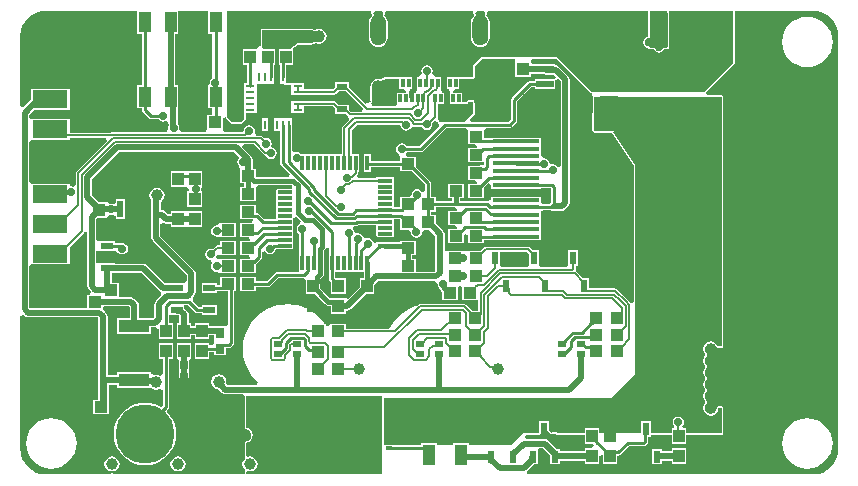
<source format=gbl>
G04*
G04 #@! TF.GenerationSoftware,Altium Limited,Altium Designer,20.1.12 (249)*
G04*
G04 Layer_Physical_Order=2*
G04 Layer_Color=16711680*
%FSLAX25Y25*%
%MOIN*%
G70*
G04*
G04 #@! TF.SameCoordinates,5D91F948-5D34-48A5-82E7-886A0B8BAD73*
G04*
G04*
G04 #@! TF.FilePolarity,Positive*
G04*
G01*
G75*
%ADD10C,0.01000*%
%ADD13C,0.00700*%
%ADD14C,0.02000*%
%ADD15O,0.04331X0.08661*%
%ADD16O,0.05118X0.10236*%
%ADD17C,0.03937*%
%ADD18C,0.02756*%
%ADD19R,0.11811X0.05906*%
%ADD20R,0.04331X0.03937*%
%ADD21R,0.22835X0.22173*%
%ADD22R,0.10236X0.04173*%
%ADD23R,0.08268X0.19685*%
%ADD24R,0.02362X0.04134*%
%ADD25R,0.03150X0.01968*%
%ADD26R,0.01181X0.02756*%
%ADD27R,0.03937X0.04331*%
%ADD28R,0.04134X0.02362*%
%ADD29R,0.02500X0.02500*%
%ADD30R,0.02756X0.03543*%
%ADD31R,0.03937X0.02362*%
%ADD32R,0.04331X0.06693*%
%ADD33R,0.01693X0.12638*%
%ADD34R,0.07795X0.09646*%
%ADD35R,0.01181X0.01378*%
%ADD36R,0.02362X0.01378*%
%ADD37R,0.05906X0.02362*%
%ADD38R,0.03937X0.06693*%
%ADD39R,0.02165X0.05807*%
%ADD40R,0.03150X0.05807*%
%ADD41R,0.07284X0.12303*%
%ADD42R,0.03937X0.02756*%
%ADD43R,0.05906X0.11811*%
%ADD44C,0.19685*%
%ADD45R,0.03150X0.00984*%
%ADD46R,0.00984X0.03150*%
%ADD47R,0.10630X0.10630*%
%ADD48R,0.04724X0.01181*%
%ADD49R,0.01181X0.04724*%
%ADD50R,0.15748X0.01260*%
%ADD51R,0.03740X0.01968*%
%ADD52C,0.01500*%
G36*
X93532Y149471D02*
X98427D01*
X99886Y149245D01*
X100077Y149291D01*
X100117Y149300D01*
X100142Y149294D01*
X101000Y149465D01*
X101752Y149316D01*
X102390Y148890D01*
X102815Y148252D01*
X102965Y147500D01*
X102815Y146748D01*
X102390Y146110D01*
X101752Y145685D01*
X101000Y145535D01*
X100217Y145691D01*
X100199Y145710D01*
X100029Y145718D01*
X99863Y145751D01*
X99828Y145728D01*
X99785Y145730D01*
X98374Y145222D01*
X93968D01*
X93817Y145160D01*
X93657Y145124D01*
X92157Y144069D01*
X92131Y144027D01*
X92086Y144009D01*
X92023Y143857D01*
X91935Y143719D01*
X91064Y143319D01*
X87532D01*
Y137988D01*
X87933D01*
Y133874D01*
X87961Y133736D01*
Y131799D01*
X89410D01*
X89562Y131432D01*
X89945Y131274D01*
X91799D01*
Y127961D01*
X95949D01*
Y128086D01*
X106043D01*
X106375Y128152D01*
X106656Y128340D01*
X107572Y129256D01*
X109861D01*
X115750Y123367D01*
X115336Y122367D01*
X111721D01*
X111087Y123001D01*
Y124744D01*
X107572D01*
X106688Y125629D01*
X106406Y125816D01*
X106075Y125882D01*
X95949D01*
Y126008D01*
X91799D01*
Y122055D01*
X95949D01*
Y124149D01*
X105716D01*
X106346Y123519D01*
Y121776D01*
X109861D01*
X110749Y120887D01*
X110760Y120880D01*
X111007Y119916D01*
X110984Y119689D01*
X108887Y117593D01*
X108699Y117312D01*
X108633Y116980D01*
Y108177D01*
X95129D01*
X94960Y108431D01*
X94339Y108846D01*
X93606Y108991D01*
X92941Y108859D01*
X92847Y108862D01*
X91941Y109425D01*
Y118126D01*
X91913Y118264D01*
Y120201D01*
X85992D01*
Y116051D01*
X87933D01*
Y105341D01*
X88011Y104951D01*
X88232Y104620D01*
X91335Y101517D01*
X90952Y100593D01*
X90022D01*
X89567Y100684D01*
X89112Y100593D01*
X80012D01*
Y103469D01*
X78876D01*
Y106548D01*
X78759Y107133D01*
X78428Y107630D01*
X75476Y110582D01*
X75859Y111505D01*
X79218D01*
X82534Y108190D01*
X82815Y108002D01*
X83147Y107936D01*
X83149D01*
X83170Y107828D01*
X83585Y107207D01*
X84206Y106792D01*
X84939Y106646D01*
X85672Y106792D01*
X86293Y107207D01*
X86708Y107828D01*
X86854Y108561D01*
X86708Y109294D01*
X86293Y109915D01*
X85672Y110330D01*
X85069Y111067D01*
X85215Y111800D01*
X85069Y112533D01*
X84654Y113154D01*
X84033Y113569D01*
X83300Y113715D01*
X82725Y113600D01*
X82141Y114185D01*
X81860Y114373D01*
X81528Y114439D01*
X80218D01*
X79942Y114791D01*
X79603Y115439D01*
X79715Y116000D01*
X79569Y116733D01*
X79154Y117354D01*
X78533Y117769D01*
X77800Y117915D01*
X77067Y117769D01*
X76446Y117354D01*
X76031Y116733D01*
X75885Y116000D01*
X74937Y115639D01*
X69271D01*
X69012Y116532D01*
X69012D01*
Y120368D01*
X69959Y120500D01*
X70117Y120117D01*
X71617Y118617D01*
X72000Y118459D01*
X72000Y118459D01*
X75053D01*
X75065Y118464D01*
X75076Y118459D01*
X75254Y118542D01*
X75436Y118617D01*
X75441Y118629D01*
X75452Y118634D01*
X76450Y119721D01*
X76517Y119905D01*
X76592Y120087D01*
Y122055D01*
X80201D01*
Y125992D01*
Y130961D01*
X80201Y131799D01*
X81039Y131799D01*
X86008D01*
Y133736D01*
X86035Y133874D01*
Y137988D01*
X86468D01*
Y143319D01*
X82633D01*
X82404Y143535D01*
X82175Y143892D01*
X82046Y144268D01*
X82039Y144298D01*
X82073Y144380D01*
Y144380D01*
X82073Y144380D01*
X82073Y144380D01*
Y144681D01*
X82073Y144819D01*
X82073Y144819D01*
X82073Y144819D01*
Y149471D01*
X86468D01*
X86468Y149471D01*
X87532D01*
X87532Y149471D01*
X92469D01*
X92469Y149471D01*
X93532Y149471D01*
X93532Y149471D01*
D02*
G37*
G36*
X156490Y155154D02*
X156316Y154641D01*
X156324Y154517D01*
X156292Y154396D01*
X156337Y154318D01*
X156343Y154228D01*
X156437Y154146D01*
X156499Y154038D01*
X156599Y153961D01*
X157002Y153435D01*
X157256Y152823D01*
X157347Y152130D01*
Y147083D01*
X157256Y146390D01*
X157002Y145777D01*
X156599Y145252D01*
X156073Y144848D01*
X155460Y144594D01*
X154803Y144508D01*
X154146Y144594D01*
X153533Y144848D01*
X153007Y145252D01*
X152604Y145777D01*
X152350Y146390D01*
X152259Y147083D01*
Y152130D01*
X152350Y152823D01*
X152604Y153435D01*
X153007Y153961D01*
X153107Y154038D01*
X153169Y154146D01*
X153263Y154228D01*
X153269Y154318D01*
X153314Y154396D01*
X153282Y154517D01*
X153290Y154641D01*
X153116Y155154D01*
X153698Y155967D01*
X155908D01*
X156490Y155154D01*
D02*
G37*
G36*
X122475D02*
X122301Y154641D01*
X122309Y154517D01*
X122276Y154396D01*
X122322Y154318D01*
X122327Y154228D01*
X122421Y154146D01*
X122484Y154038D01*
X122583Y153961D01*
X122987Y153435D01*
X123240Y152823D01*
X123332Y152130D01*
Y147083D01*
X123240Y146390D01*
X122987Y145777D01*
X122583Y145252D01*
X122057Y144848D01*
X121445Y144594D01*
X120787Y144508D01*
X120130Y144594D01*
X119518Y144848D01*
X118992Y145252D01*
X118588Y145777D01*
X118334Y146390D01*
X118243Y147083D01*
Y152130D01*
X118334Y152823D01*
X118588Y153435D01*
X118992Y153961D01*
X119091Y154038D01*
X119154Y154146D01*
X119247Y154228D01*
X119253Y154318D01*
X119299Y154396D01*
X119266Y154517D01*
X119274Y154641D01*
X119100Y155154D01*
X119683Y155967D01*
X121892D01*
X122475Y155154D01*
D02*
G37*
G36*
X217163Y143742D02*
X216063D01*
X216011Y143721D01*
X215957Y143732D01*
X215826Y143644D01*
X215680Y143584D01*
X215659Y143532D01*
X215613Y143501D01*
X215266Y142983D01*
X214824Y142687D01*
X214302Y142584D01*
X213781Y142687D01*
X213339Y142983D01*
X212992Y143501D01*
X212946Y143532D01*
X212925Y143584D01*
X212779Y143644D01*
X212648Y143732D01*
X212593Y143721D01*
X212542Y143742D01*
X211292D01*
X211280Y143771D01*
X211249Y143926D01*
X211203Y143957D01*
X211182Y144008D01*
X211036Y144068D01*
X210905Y144156D01*
X210478Y144241D01*
X210036Y144536D01*
X209741Y144978D01*
X209637Y145500D01*
X209741Y146022D01*
X210036Y146464D01*
X210478Y146759D01*
X210905Y146844D01*
X211036Y146932D01*
X211182Y146992D01*
X211203Y147043D01*
X211249Y147074D01*
X211280Y147229D01*
X211340Y147375D01*
Y155967D01*
X217163D01*
Y143742D01*
D02*
G37*
G36*
X239000Y138732D02*
X229268Y129000D01*
X192000D01*
X180500Y140500D01*
X155000D01*
X152500Y138000D01*
Y135373D01*
X152469Y133886D01*
X143595D01*
Y130130D01*
X144246D01*
X144579Y128768D01*
X144579D01*
Y125012D01*
X150697D01*
Y125738D01*
X152194D01*
X152206Y125643D01*
X152475Y124994D01*
X152500Y124962D01*
Y122000D01*
X149620Y119120D01*
X143000D01*
X142610Y119042D01*
X142547Y119000D01*
X141148D01*
X140572Y120414D01*
X140578Y120500D01*
X140630Y120764D01*
Y125012D01*
X142823D01*
Y128768D01*
X142388D01*
X142100Y129061D01*
X141839Y130130D01*
X141839D01*
Y133886D01*
X139650D01*
X138809Y135205D01*
X138793Y135386D01*
X138915Y136000D01*
X138769Y136733D01*
X138354Y137354D01*
X137733Y137769D01*
X137000Y137915D01*
X136267Y137769D01*
X135646Y137354D01*
X135231Y136733D01*
X135085Y136000D01*
X135207Y135386D01*
X135191Y135205D01*
X134350Y133886D01*
X133752D01*
Y130130D01*
X133752D01*
X133419Y128768D01*
X132768D01*
Y126307D01*
X132512Y126149D01*
X131012Y126986D01*
Y128768D01*
X131012D01*
X131344Y130130D01*
X131996D01*
Y133886D01*
X123122D01*
X123122Y133886D01*
X121622Y133209D01*
X121483Y133266D01*
X120787Y133358D01*
X120092Y133266D01*
X119443Y132998D01*
X118886Y132570D01*
X118459Y132013D01*
X118191Y131365D01*
X118099Y130669D01*
Y126339D01*
X118184Y125690D01*
X118187Y125636D01*
X118120Y125516D01*
X116506Y125062D01*
X111087Y130482D01*
Y132224D01*
X106346D01*
Y130482D01*
X105684Y129819D01*
X95949D01*
Y131913D01*
X91799D01*
Y131815D01*
X89945D01*
Y133736D01*
X89972Y133874D01*
Y137988D01*
X92469D01*
Y143181D01*
X92469Y143319D01*
Y143626D01*
X93968Y144681D01*
X98469D01*
X98469Y144681D01*
X99968Y145220D01*
X100037Y145175D01*
X101000Y144983D01*
X101963Y145175D01*
X102780Y145720D01*
X103325Y146537D01*
X103517Y147500D01*
X103325Y148463D01*
X102780Y149280D01*
X101963Y149825D01*
X101000Y150017D01*
X100037Y149825D01*
X99968Y149780D01*
X98469Y150012D01*
X98469Y150012D01*
X93532D01*
Y150012D01*
X92469Y150012D01*
Y150012D01*
X87532D01*
Y150012D01*
X86468D01*
Y150012D01*
X81532D01*
Y144819D01*
X81532Y144681D01*
Y144380D01*
X81512Y144360D01*
X80032Y143319D01*
X75532D01*
Y137988D01*
X77106D01*
Y131913D01*
X76051D01*
Y127961D01*
Y124024D01*
Y120087D01*
X75053Y119000D01*
X72000D01*
X70500Y120500D01*
Y155967D01*
X118253D01*
X118762Y154467D01*
X118606Y154347D01*
X118115Y153708D01*
X117807Y152964D01*
X117702Y152165D01*
Y147047D01*
X117807Y146249D01*
X118115Y145504D01*
X118606Y144866D01*
X119245Y144375D01*
X119989Y144067D01*
X120787Y143962D01*
X121586Y144067D01*
X122330Y144375D01*
X122969Y144866D01*
X123459Y145504D01*
X123768Y146249D01*
X123873Y147047D01*
Y152165D01*
X123768Y152964D01*
X123459Y153708D01*
X122969Y154347D01*
X122813Y154467D01*
X123322Y155967D01*
X152268Y155967D01*
X152778Y154467D01*
X152621Y154347D01*
X152131Y153708D01*
X151823Y152964D01*
X151718Y152165D01*
Y147047D01*
X151823Y146249D01*
X152131Y145504D01*
X152621Y144866D01*
X153260Y144375D01*
X154005Y144067D01*
X154803Y143962D01*
X155602Y144067D01*
X156346Y144375D01*
X156985Y144866D01*
X157475Y145504D01*
X157783Y146249D01*
X157889Y147047D01*
Y152165D01*
X157783Y152964D01*
X157475Y153708D01*
X156985Y154347D01*
X156829Y154467D01*
X157338Y155967D01*
X210799D01*
Y147375D01*
X210267Y147269D01*
X209646Y146854D01*
X209231Y146233D01*
X209085Y145500D01*
X209231Y144767D01*
X209646Y144146D01*
X210267Y143731D01*
X210799Y143625D01*
Y143201D01*
X212542D01*
X212948Y142593D01*
X213570Y142178D01*
X214302Y142032D01*
X215035Y142178D01*
X215656Y142593D01*
X216063Y143201D01*
X217705D01*
Y155967D01*
X239000D01*
Y138732D01*
D02*
G37*
G36*
X127847Y130130D02*
X129213D01*
X129885Y129130D01*
X129751Y128800D01*
X129504Y128768D01*
X126862D01*
Y125012D01*
X126432Y124190D01*
X118817D01*
X118812Y124197D01*
X118517Y124911D01*
X118514Y125190D01*
X118592Y125251D01*
X118592Y125251D01*
X118592Y125252D01*
X118659Y125372D01*
X118677Y125522D01*
X118728Y125663D01*
X118728Y125663D01*
X118725Y125717D01*
X118725Y125717D01*
X118715Y125738D01*
X118721Y125760D01*
X118721Y125760D01*
X118716Y125803D01*
X118640Y126374D01*
Y130634D01*
X118718Y131224D01*
X118932Y131740D01*
X119272Y132184D01*
X119716Y132525D01*
X120233Y132739D01*
X120787Y132812D01*
X121342Y132739D01*
X121415Y132709D01*
X121424D01*
X121431Y132702D01*
X121630Y132709D01*
X121829D01*
X121836Y132715D01*
X121845Y132715D01*
X123239Y133345D01*
X127847D01*
Y130130D01*
D02*
G37*
G36*
X181571Y132566D02*
Y104333D01*
X180571Y104030D01*
X180354Y104354D01*
X179733Y104769D01*
X179000Y104915D01*
X178878Y104891D01*
X178153Y104973D01*
X177792Y105616D01*
X177769Y105733D01*
X177354Y106354D01*
X176733Y106769D01*
X176000Y106915D01*
X175074Y107750D01*
Y108768D01*
X175074D01*
Y108949D01*
X175074D01*
X175074Y111209D01*
X175074Y112209D01*
Y113650D01*
X158326D01*
Y113539D01*
X156012D01*
Y116080D01*
X156012Y116469D01*
X156758Y117080D01*
X164600D01*
X164990Y117158D01*
X165321Y117379D01*
X166721Y118779D01*
X166942Y119110D01*
X167020Y119500D01*
Y125878D01*
X171622Y130480D01*
X172917D01*
Y129819D01*
X179823D01*
Y132900D01*
X180729Y133408D01*
X181571Y132566D01*
D02*
G37*
G36*
X166469Y138969D02*
X166469D01*
Y134031D01*
X171799D01*
Y134971D01*
X172917D01*
Y134819D01*
X176403D01*
X176551Y134790D01*
X179348D01*
X180050Y134087D01*
X179542Y133181D01*
X172917D01*
Y132520D01*
X171200D01*
X170810Y132442D01*
X170479Y132221D01*
X165279Y127021D01*
X165058Y126690D01*
X164980Y126300D01*
Y119922D01*
X164178Y119120D01*
X151691D01*
X151309Y120044D01*
X152883Y121617D01*
X153041Y122000D01*
X153041Y122000D01*
Y124962D01*
X152975Y125122D01*
Y125201D01*
X152734Y125784D01*
X152730Y125809D01*
X152643Y125960D01*
X152576Y126121D01*
X152542Y126135D01*
X152523Y126168D01*
X152355Y126213D01*
X152194Y126279D01*
X150697D01*
X150314Y126121D01*
X150156Y125738D01*
Y125553D01*
X148728D01*
Y128768D01*
X146087D01*
X145840Y128800D01*
X145705Y129130D01*
X146377Y130130D01*
X147744D01*
Y133345D01*
X152469D01*
X152655Y133422D01*
X152843Y133495D01*
X152846Y133501D01*
X152851Y133503D01*
X152928Y133690D01*
X153010Y133874D01*
X153041Y135361D01*
X153039Y135367D01*
X153041Y135373D01*
Y137776D01*
X155224Y139959D01*
X166445D01*
X166469Y138969D01*
D02*
G37*
G36*
X140518Y119114D02*
X140647Y118796D01*
X140724Y118718D01*
X140766Y118617D01*
X140947Y118112D01*
X140959Y117501D01*
X134478Y111020D01*
X130177D01*
X129954Y111354D01*
X129333Y111769D01*
X128600Y111915D01*
X127867Y111769D01*
X127246Y111354D01*
X126831Y110733D01*
X126685Y110000D01*
X126831Y109267D01*
X127246Y108646D01*
X127694Y108347D01*
X127988Y107468D01*
X127988Y107338D01*
Y106020D01*
X118217D01*
Y108177D01*
X116035D01*
Y102453D01*
X118217D01*
Y103980D01*
X127988D01*
Y102532D01*
X131877D01*
X136327Y98082D01*
Y96052D01*
X135327Y95749D01*
X135121Y96058D01*
X134499Y96473D01*
X133767Y96619D01*
X133034Y96473D01*
X132413Y96058D01*
X131998Y95437D01*
X131852Y94704D01*
X130979Y93968D01*
X127988D01*
Y90587D01*
X125894D01*
Y92413D01*
Y96350D01*
Y100500D01*
X120169D01*
Y100276D01*
X114094D01*
X113712Y101200D01*
X113802Y101290D01*
X113990Y101571D01*
X114056Y101903D01*
Y102453D01*
X114279D01*
Y108177D01*
X111867D01*
Y116141D01*
X113687Y117961D01*
X128093D01*
X128231Y117267D01*
X128646Y116646D01*
X129267Y116231D01*
X130000Y116085D01*
X130733Y116231D01*
X131354Y116646D01*
X131451Y116792D01*
X132157Y117301D01*
X132638Y117342D01*
X135219D01*
X135545Y116855D01*
X136166Y116440D01*
X136899Y116294D01*
X137632Y116440D01*
X138253Y116855D01*
X138668Y117476D01*
X138814Y118209D01*
X138751Y118525D01*
X139537Y119312D01*
X140518Y119114D01*
D02*
G37*
G36*
X64067Y148319D02*
X65516D01*
Y133601D01*
X65146Y133354D01*
X64731Y132733D01*
X64585Y132000D01*
X64067Y131209D01*
X64067D01*
Y123516D01*
X65516D01*
Y121468D01*
X63681D01*
Y116532D01*
X63681D01*
X63422Y115639D01*
X55152D01*
X54970Y115785D01*
X54443Y116639D01*
X54515Y117000D01*
X54369Y117733D01*
X53985Y118308D01*
Y123516D01*
X54043D01*
Y131209D01*
X53104D01*
Y148319D01*
X54043D01*
Y155967D01*
X64067D01*
Y148319D01*
D02*
G37*
G36*
X40445D02*
X41980D01*
Y131209D01*
X40445D01*
Y123516D01*
X41894D01*
Y123087D01*
X41971Y122696D01*
X42192Y122366D01*
X44279Y120279D01*
X44610Y120058D01*
X45000Y119980D01*
X47523D01*
X47746Y119646D01*
X48367Y119231D01*
X49100Y119085D01*
X49833Y119231D01*
X49926Y119293D01*
X50753Y118851D01*
X50898Y117833D01*
X50831Y117733D01*
X50685Y117000D01*
X50757Y116639D01*
X50230Y115785D01*
X50048Y115639D01*
X31975D01*
X31643Y115573D01*
X31362Y115385D01*
X31315Y115337D01*
X17906D01*
Y119953D01*
X5094D01*
X4424Y120675D01*
Y121414D01*
X6057Y123047D01*
X17906D01*
Y129953D01*
X5094D01*
Y126410D01*
X2513Y123829D01*
X1513Y124243D01*
Y147638D01*
X1500Y147703D01*
X1654Y149267D01*
X2129Y150833D01*
X2901Y152276D01*
X3939Y153541D01*
X5204Y154579D01*
X6648Y155351D01*
X8214Y155826D01*
X8874Y155891D01*
X9843Y155967D01*
X10842Y155967D01*
X40445D01*
Y148319D01*
D02*
G37*
G36*
X30354Y112680D02*
X20115Y102441D01*
X19927Y102160D01*
X19861Y101828D01*
Y98152D01*
X19715Y97970D01*
X18861Y97443D01*
X18500Y97515D01*
X17906Y98003D01*
Y98453D01*
X5094D01*
X4424Y99175D01*
Y112325D01*
X5094Y113047D01*
X17906D01*
Y113604D01*
X29972D01*
X30354Y112680D01*
D02*
G37*
G36*
X150681Y116469D02*
X150681Y116080D01*
Y111531D01*
X153106D01*
X153631Y110531D01*
X153587Y110468D01*
X150681D01*
Y105532D01*
X155980D01*
Y104488D01*
X154815D01*
X154716Y104469D01*
X150681D01*
Y99532D01*
X152995D01*
X153530Y98532D01*
X153487Y98469D01*
X150681D01*
Y93532D01*
X156012D01*
Y97223D01*
X157326Y98538D01*
X158326Y98123D01*
Y96744D01*
X175074D01*
Y96854D01*
X178188D01*
Y91967D01*
X178126Y91926D01*
X177889Y91571D01*
X175953D01*
X175074Y91862D01*
X175074Y92681D01*
Y94122D01*
X158326D01*
Y93101D01*
X157997Y92835D01*
X157326Y92479D01*
X157121Y92520D01*
X147928D01*
Y93532D01*
X149319D01*
Y98469D01*
X143988D01*
Y93532D01*
X145379D01*
Y92520D01*
X140012D01*
Y93968D01*
X138366D01*
Y98504D01*
X138288Y98894D01*
X138067Y99225D01*
X133319Y103973D01*
Y107468D01*
X130482D01*
X130051Y108468D01*
X130463Y108980D01*
X134900D01*
X135290Y109058D01*
X135621Y109279D01*
X143422Y117080D01*
X149935D01*
X150681Y116469D01*
D02*
G37*
G36*
X191617Y128617D02*
X191862Y128516D01*
X192013Y128304D01*
X192122Y128026D01*
X192283Y127459D01*
X192248Y127377D01*
X192150Y116196D01*
X192151Y116195D01*
X192150Y116194D01*
X192150Y116194D01*
X192228Y116003D01*
X192306Y115812D01*
X192307Y115811D01*
X192307Y115811D01*
X192307Y115810D01*
X192659Y115455D01*
X192659Y115455D01*
X192660Y115455D01*
X192661Y115454D01*
X192699Y115438D01*
X192852Y115375D01*
X193041Y115295D01*
X193041Y115295D01*
X193042Y115296D01*
X193043Y115295D01*
X198733D01*
X205959Y104456D01*
Y77352D01*
Y76772D01*
Y59106D01*
X205262Y58798D01*
X204959Y58767D01*
X203830Y59895D01*
X203830Y59895D01*
X200456Y63270D01*
X200175Y63458D01*
X199843Y63524D01*
X191181D01*
Y66941D01*
X189044D01*
X186882Y69104D01*
X186598Y69318D01*
X186560Y69769D01*
X186572Y69824D01*
X186572Y69824D01*
X186627Y70101D01*
Y71059D01*
X187441D01*
Y76193D01*
X184079D01*
Y71059D01*
X183286Y70558D01*
X175233D01*
X174441Y71059D01*
Y76193D01*
X172304D01*
X171342Y77156D01*
X171060Y77344D01*
X170729Y77410D01*
X156586D01*
X156255Y77344D01*
X155973Y77156D01*
X154786Y75968D01*
X150528D01*
Y75968D01*
X149569Y75842D01*
X149165Y75968D01*
Y75968D01*
X143835D01*
Y75968D01*
X142870Y76053D01*
Y81703D01*
X142753Y82288D01*
X142422Y82784D01*
X140012Y85194D01*
Y87968D01*
X138366D01*
Y89031D01*
X140012D01*
Y90480D01*
X146393D01*
X146927Y89480D01*
X146919Y89468D01*
X143988D01*
Y84531D01*
X146499D01*
X147033Y83531D01*
X146991Y83469D01*
X143988D01*
Y78531D01*
X149319D01*
Y81456D01*
X149681Y81719D01*
X150681Y81208D01*
Y78531D01*
X156012D01*
Y79768D01*
X158326D01*
Y79658D01*
X175074D01*
Y81917D01*
X175074D01*
Y82098D01*
X175074D01*
Y84358D01*
X175074D01*
Y84539D01*
X175074D01*
Y86799D01*
X175074D01*
Y86980D01*
X175074D01*
Y89240D01*
X175953Y89532D01*
X178472D01*
X178622Y89431D01*
X179207Y89315D01*
X181928D01*
X182514Y89431D01*
X183010Y89763D01*
X184181Y90934D01*
X184513Y91430D01*
X184629Y92016D01*
Y133200D01*
X184513Y133785D01*
X184181Y134281D01*
X181062Y137400D01*
X180566Y137732D01*
X179981Y137848D01*
X179823D01*
Y138181D01*
X172917D01*
Y138181D01*
X171921Y138190D01*
X171859Y138589D01*
X171809Y138964D01*
X171902Y139959D01*
X180276D01*
X191617Y128617D01*
D02*
G37*
G36*
X74385Y107347D02*
X74346Y106954D01*
X73931Y106333D01*
X73785Y105600D01*
X73931Y104867D01*
X74302Y104312D01*
X74681Y103469D01*
Y98532D01*
X76072D01*
Y97469D01*
X74681D01*
Y92532D01*
X80012D01*
Y97469D01*
X80773Y98044D01*
X91689D01*
X92092Y97563D01*
X91635Y96563D01*
X86705D01*
Y94382D01*
Y90445D01*
Y86650D01*
X82792D01*
X81134Y88308D01*
X80803Y88529D01*
X80413Y88607D01*
X80012D01*
Y91469D01*
X74681D01*
Y86532D01*
X79087D01*
X79126Y86468D01*
X78569Y85469D01*
X74681D01*
Y80532D01*
X77541D01*
X78075Y79532D01*
X78033Y79469D01*
X74681D01*
Y74532D01*
X77541D01*
X78075Y73532D01*
X78033Y73469D01*
X74681D01*
Y68532D01*
X80012D01*
Y71629D01*
X80190Y71748D01*
X81721Y73279D01*
X81942Y73610D01*
X82020Y74000D01*
Y75612D01*
X83020Y75825D01*
X83292Y75418D01*
X83913Y75003D01*
X84646Y74857D01*
X85378Y75003D01*
X86000Y75418D01*
X86282Y75840D01*
X86415Y76039D01*
X86415Y76039D01*
X86705Y76665D01*
X92429D01*
Y78634D01*
Y82571D01*
Y87054D01*
X93429Y87468D01*
X94899Y85999D01*
X94788Y85267D01*
X94618Y84866D01*
X94118Y84532D01*
X93703Y83911D01*
X93558Y83178D01*
X93703Y82446D01*
X94118Y81824D01*
X94453Y81601D01*
Y74713D01*
X94382D01*
Y69020D01*
X87000D01*
X86610Y68942D01*
X86279Y68721D01*
X83578Y66020D01*
X80012D01*
Y67469D01*
X74681D01*
Y62532D01*
X80012D01*
Y63980D01*
X84000D01*
X84390Y64058D01*
X84721Y64279D01*
X87422Y66980D01*
X95544D01*
X95989Y66980D01*
X96531Y66069D01*
Y61681D01*
X99666D01*
X103180Y58168D01*
X103593Y57891D01*
X104081Y57794D01*
X105032D01*
Y54988D01*
X109968D01*
Y56124D01*
X110488D01*
X111073Y56241D01*
X111570Y56572D01*
X116735Y61738D01*
X119509D01*
Y64666D01*
X120814Y65971D01*
X139779D01*
X140476Y65293D01*
X140592Y65035D01*
X140585Y65000D01*
X140731Y64267D01*
X141146Y63646D01*
X141149Y63644D01*
X141232Y63227D01*
X141563Y62731D01*
X141988Y62306D01*
Y59531D01*
X147319D01*
Y64109D01*
X148000Y64515D01*
X148681Y64109D01*
Y59531D01*
X154012D01*
X154042Y58544D01*
Y55968D01*
X152082D01*
X152078Y55987D01*
X151890Y56268D01*
X150027Y58131D01*
X149746Y58319D01*
X149415Y58385D01*
X134743D01*
X134411Y58319D01*
X134130Y58131D01*
X133655Y57656D01*
X133171Y57540D01*
X131001Y56642D01*
X128999Y55414D01*
X127213Y53889D01*
X125688Y52104D01*
X124461Y50101D01*
X124446Y50067D01*
X110058D01*
Y51669D01*
X104728D01*
Y51336D01*
X103728Y50907D01*
X103365Y51250D01*
Y51669D01*
X102925D01*
X102659Y52104D01*
X101133Y53889D01*
X99348Y55414D01*
X97345Y56642D01*
X95176Y57540D01*
X93635Y57910D01*
X92892Y58088D01*
X92665Y58106D01*
Y58106D01*
X90551Y58273D01*
X88437Y58106D01*
Y58106D01*
X88210Y58088D01*
X87514Y57921D01*
X85927Y57540D01*
X83757Y56642D01*
X81755Y55414D01*
X79969Y53889D01*
X78444Y52104D01*
X77217Y50101D01*
X76318Y47932D01*
X75770Y45648D01*
X75586Y43307D01*
X75770Y40966D01*
X76318Y38682D01*
X77217Y36513D01*
X78444Y34511D01*
X79969Y32725D01*
X80621Y32168D01*
X80275Y31229D01*
X70790D01*
X70054Y32082D01*
X70117Y32400D01*
X69925Y33363D01*
X69380Y34180D01*
X68563Y34725D01*
X67600Y34917D01*
X66637Y34725D01*
X65820Y34180D01*
X65275Y33363D01*
X65083Y32400D01*
X65275Y31437D01*
X65820Y30620D01*
X66637Y30075D01*
X67388Y29925D01*
X67485Y29828D01*
X67487Y29825D01*
X68694Y28618D01*
X69190Y28287D01*
X69775Y28171D01*
X75426D01*
X76230Y27500D01*
X76230D01*
Y27500D01*
Y17001D01*
X76291Y16855D01*
X76322Y16700D01*
X76368Y16669D01*
X76389Y16618D01*
X76535Y16557D01*
X76666Y16470D01*
X77254Y16353D01*
X77891Y15927D01*
X78176Y15501D01*
X78317Y15289D01*
X78467Y14537D01*
X78317Y13785D01*
X78044Y13377D01*
X77891Y13148D01*
X77254Y12722D01*
X76666Y12605D01*
X76535Y12517D01*
X76389Y12457D01*
X76368Y12406D01*
D01*
X76322Y12375D01*
X76291Y12220D01*
X76230Y12074D01*
Y7704D01*
X76252Y7652D01*
X76241Y7596D01*
D01*
X76329Y7466D01*
X76389Y7321D01*
X76325Y6946D01*
X76285Y6823D01*
X76220Y6780D01*
X75675Y5963D01*
X75483Y5000D01*
X75675Y4037D01*
X76220Y3220D01*
X76285Y3177D01*
X76325Y3054D01*
X76389Y2679D01*
X76329Y2534D01*
X76241Y2404D01*
X76252Y2348D01*
X76230Y2296D01*
Y1513D01*
X32250D01*
X32152Y2513D01*
X32963Y2675D01*
X33780Y3220D01*
X34325Y4037D01*
X34517Y5000D01*
X34325Y5963D01*
X33780Y6780D01*
X32963Y7325D01*
X32000Y7517D01*
X31037Y7325D01*
X30220Y6780D01*
X29675Y5963D01*
X29483Y5000D01*
X29675Y4037D01*
X30220Y3220D01*
X31037Y2675D01*
X31848Y2513D01*
X31750Y1513D01*
X9843D01*
X9778Y1500D01*
X8214Y1654D01*
X6648Y2129D01*
X5204Y2901D01*
X3939Y3939D01*
X2901Y5204D01*
X2129Y6648D01*
X1654Y8214D01*
X1589Y8874D01*
X1513Y9843D01*
X1513Y9843D01*
Y54317D01*
X2513Y54731D01*
X2985Y54260D01*
X3481Y53929D01*
X4066Y53812D01*
X27211D01*
X27486Y53536D01*
Y32984D01*
Y26469D01*
X25681D01*
Y21531D01*
X31012D01*
Y26469D01*
X30983D01*
Y31455D01*
X33827D01*
Y30398D01*
X35179D01*
X35327Y30368D01*
X35475Y30398D01*
X44954D01*
X45737Y29875D01*
X46700Y29683D01*
X47663Y29875D01*
X47980Y30087D01*
X48980Y29552D01*
Y24565D01*
X48194Y23947D01*
X47710Y24244D01*
X46206Y24867D01*
X44623Y25247D01*
X43000Y25374D01*
X41377Y25247D01*
X39794Y24867D01*
X38290Y24244D01*
X36902Y23393D01*
X35664Y22336D01*
X34607Y21098D01*
X33756Y19710D01*
X33133Y18206D01*
X32753Y16623D01*
X32625Y15000D01*
X32753Y13377D01*
X33133Y11794D01*
X33756Y10290D01*
X34607Y8902D01*
X35664Y7664D01*
X36902Y6607D01*
X38290Y5756D01*
X39794Y5133D01*
X41377Y4753D01*
X43000Y4625D01*
X44623Y4753D01*
X46206Y5133D01*
X47710Y5756D01*
X49098Y6607D01*
X50336Y7664D01*
X51393Y8902D01*
X52244Y10290D01*
X52867Y11794D01*
X53247Y13377D01*
X53374Y15000D01*
X53247Y16623D01*
X52867Y18206D01*
X52244Y19710D01*
X51393Y21098D01*
X50336Y22336D01*
X50313Y22912D01*
X50721Y23320D01*
X50942Y23651D01*
X51020Y24041D01*
Y39988D01*
X52469D01*
Y45319D01*
X47532D01*
Y39988D01*
X48980D01*
Y34848D01*
X47980Y34313D01*
X47663Y34525D01*
X46700Y34717D01*
X46063Y34590D01*
X45239Y35081D01*
X45063Y35278D01*
Y35571D01*
X33827D01*
Y34514D01*
X30545D01*
Y54170D01*
X30429Y54755D01*
X30097Y55251D01*
X29581Y55767D01*
X29057Y56471D01*
X29241Y57471D01*
X37640D01*
X37916Y57195D01*
Y53602D01*
X33827D01*
Y48429D01*
X45063D01*
Y50573D01*
X46428D01*
X46532Y50594D01*
X47454Y49976D01*
X47532Y49850D01*
Y46681D01*
X52469D01*
Y52012D01*
X51020D01*
Y53620D01*
X51118Y54579D01*
X53620D01*
X53768Y54549D01*
X54195D01*
X54471Y54274D01*
Y52012D01*
X53531D01*
Y46681D01*
X58469D01*
Y47817D01*
X59531D01*
Y46681D01*
X64468D01*
Y47817D01*
X66122D01*
X66122Y46000D01*
X66122Y45168D01*
X65469Y44514D01*
X64468Y44590D01*
Y45319D01*
X59531D01*
Y39988D01*
X64468D01*
Y42421D01*
X66122D01*
Y41169D01*
X69878D01*
Y43693D01*
X71014D01*
X71404Y43771D01*
X71735Y43992D01*
X72321Y44577D01*
X72542Y44908D01*
X72620Y45298D01*
Y62532D01*
X73319D01*
Y67469D01*
X67988D01*
Y64760D01*
X66882D01*
Y65421D01*
X61945D01*
Y62059D01*
X66882D01*
Y62721D01*
X67988D01*
Y62532D01*
X70580D01*
Y51540D01*
X69878Y50831D01*
X69580Y50831D01*
X67833D01*
X67606Y50876D01*
X64468D01*
Y52012D01*
X59531D01*
Y50876D01*
X58469D01*
Y52012D01*
X57529D01*
Y54907D01*
X57413Y55492D01*
X57081Y55989D01*
X56095Y56975D01*
X56173Y57946D01*
X57039Y57980D01*
X57219D01*
X59661Y55539D01*
X59992Y55318D01*
X60382Y55240D01*
X61945D01*
Y54579D01*
X66882D01*
Y57941D01*
X61945D01*
Y57279D01*
X60804D01*
X58918Y59166D01*
X58914Y59170D01*
X58893Y60486D01*
X58928Y60537D01*
X59481Y61090D01*
X59813Y61586D01*
X59929Y62172D01*
Y68700D01*
X59813Y69285D01*
X59481Y69781D01*
X48183Y81080D01*
Y85024D01*
X49183Y85347D01*
X49491Y85141D01*
X50076Y85024D01*
X51631D01*
Y83888D01*
X56568D01*
Y83888D01*
X57134Y83819D01*
Y83819D01*
X57540Y83819D01*
X62071D01*
Y89150D01*
X57134D01*
Y89150D01*
X56568Y89219D01*
Y89219D01*
X56163Y89219D01*
X51631D01*
Y88272D01*
X50631Y88161D01*
X49639Y89154D01*
X49142Y89486D01*
X48557Y89602D01*
X48340D01*
X48266Y89693D01*
Y92377D01*
X48780Y92720D01*
X49325Y93537D01*
X49517Y94500D01*
X49325Y95463D01*
X48780Y96280D01*
X47963Y96825D01*
X47000Y97017D01*
X46037Y96825D01*
X45220Y96280D01*
X44675Y95463D01*
X44483Y94500D01*
X44675Y93537D01*
X45071Y92944D01*
Y86573D01*
X45124D01*
Y80446D01*
X45241Y79861D01*
X45572Y79365D01*
X56871Y68067D01*
Y65867D01*
X56055Y65421D01*
X51118D01*
Y65270D01*
X49593D01*
X43522Y71341D01*
X43025Y71673D01*
X42440Y71789D01*
X32941D01*
Y71941D01*
X27807D01*
Y71941D01*
X26829Y71995D01*
Y76005D01*
X27807Y76059D01*
X27829Y76059D01*
X32941D01*
X32941Y76059D01*
X33830Y75791D01*
X34079Y75418D01*
X34700Y75003D01*
X35433Y74857D01*
X36166Y75003D01*
X36787Y75418D01*
X37202Y76039D01*
X37348Y76772D01*
X37202Y77504D01*
X36787Y78126D01*
X36166Y78541D01*
X35433Y78686D01*
X34700Y78541D01*
X34646Y78504D01*
X34380Y78682D01*
X33989Y78760D01*
X32941D01*
Y79421D01*
X27829D01*
X27807Y79421D01*
X26829Y79475D01*
Y86603D01*
X27246Y87020D01*
X30217D01*
Y87271D01*
X30337Y87440D01*
X31216Y88002D01*
X31532Y87939D01*
X32265Y88085D01*
X33260Y87547D01*
Y86573D01*
X36425D01*
Y93380D01*
X33260D01*
Y91941D01*
X32265Y91623D01*
X31532Y91769D01*
X31216Y91706D01*
X31005Y91841D01*
X30217Y92350D01*
X30217Y92350D01*
X30217Y92350D01*
X27442D01*
X25307Y94485D01*
Y99931D01*
X34369Y108993D01*
X72739D01*
X74385Y107347D01*
D02*
G37*
G36*
X127988Y86527D02*
Y83031D01*
X131049D01*
X131585Y82378D01*
X131731Y81645D01*
X132146Y81024D01*
X132767Y80609D01*
X133500Y80463D01*
X134233Y80609D01*
X134854Y81024D01*
X135269Y81645D01*
X135415Y82378D01*
X135951Y83031D01*
X137849D01*
X139811Y81070D01*
Y69305D01*
X139535Y69029D01*
X133319D01*
Y73469D01*
X131928D01*
Y74532D01*
X133319D01*
Y79469D01*
X127988D01*
Y79030D01*
X123031D01*
X122544Y78933D01*
X122414Y78847D01*
X120169D01*
Y78847D01*
X120031Y78783D01*
X119152Y79014D01*
X118969Y79133D01*
X118554Y79754D01*
X117933Y80169D01*
X117200Y80315D01*
X116467Y80169D01*
X115669Y80633D01*
X115616Y80712D01*
X115254Y81254D01*
X114633Y81669D01*
X113900Y81815D01*
X113894Y81814D01*
X113040Y81976D01*
X112807Y82539D01*
X112769Y82733D01*
X112401Y83283D01*
X112483Y83647D01*
X112763Y84283D01*
X113457D01*
X113847Y84361D01*
X114178Y84582D01*
X114207Y84610D01*
X120169D01*
Y80602D01*
X125894D01*
Y82571D01*
Y86579D01*
X127936D01*
X127988Y86527D01*
D02*
G37*
G36*
X171079Y74967D02*
Y71059D01*
X170286Y70558D01*
X162233D01*
X161441Y71059D01*
X161441Y71406D01*
Y75676D01*
X170370D01*
X171079Y74967D01*
D02*
G37*
G36*
X104295Y76812D02*
Y74713D01*
X104224D01*
Y68988D01*
X104295D01*
Y66728D01*
X104373Y66338D01*
X104594Y66007D01*
X105032Y65570D01*
Y61681D01*
X109968D01*
Y67012D01*
X106473D01*
X106334Y67151D01*
Y68988D01*
X115851D01*
Y67068D01*
X114572D01*
Y63900D01*
X110691Y60019D01*
X109968Y60319D01*
Y60319D01*
X106405D01*
X106281Y60343D01*
X104609D01*
X101469Y63484D01*
Y65442D01*
X101493Y65565D01*
Y66691D01*
X102279Y67477D01*
X102555Y67890D01*
X102652Y68378D01*
Y71850D01*
Y76171D01*
X103029Y76548D01*
X103305Y76961D01*
X104295Y76812D01*
D02*
G37*
G36*
X23771Y82256D02*
Y64300D01*
X23887Y63715D01*
X24219Y63219D01*
X24969Y62468D01*
X24554Y61468D01*
X23681D01*
Y56871D01*
X4700D01*
X4424Y57147D01*
Y70825D01*
X5094Y71547D01*
X17906D01*
Y77227D01*
X22541Y81862D01*
X22729Y82144D01*
X22771Y82354D01*
X23771Y82256D01*
D02*
G37*
G36*
X47878Y62659D02*
X48238Y62419D01*
X48441Y61827D01*
X48513Y61280D01*
X46519Y59285D01*
X46187Y58789D01*
X46071Y58204D01*
Y53907D01*
X45795Y53632D01*
X40974D01*
Y57828D01*
X40858Y58414D01*
X40526Y58910D01*
X39355Y60081D01*
X38859Y60413D01*
X38273Y60529D01*
X35318D01*
X34319Y60532D01*
Y65469D01*
X31903D01*
Y68579D01*
X32941D01*
Y68730D01*
X41807D01*
X47878Y62659D01*
D02*
G37*
G36*
X235307Y127372D02*
X235307Y44295D01*
X233893D01*
X233364Y45087D01*
X232548Y45632D01*
X231585Y45824D01*
X230621Y45632D01*
X229805Y45087D01*
X229259Y44270D01*
X229068Y43307D01*
X229259Y42344D01*
X229805Y41527D01*
Y41150D01*
X229259Y40333D01*
X229068Y39370D01*
X229259Y38407D01*
X229701Y37745D01*
X229768Y37402D01*
X229701Y37058D01*
X229259Y36396D01*
X229068Y35433D01*
X229259Y34470D01*
X229701Y33808D01*
X229768Y33465D01*
X229701Y33121D01*
X229259Y32459D01*
X229068Y31496D01*
X229259Y30533D01*
X229701Y29871D01*
X229768Y29528D01*
X229701Y29184D01*
X229259Y28522D01*
X229068Y27559D01*
X229259Y26596D01*
X229701Y25934D01*
X229768Y25591D01*
X229701Y25247D01*
X229259Y24585D01*
X229068Y23622D01*
X229259Y22659D01*
X229805Y21842D01*
X230621Y21297D01*
X231585Y21105D01*
X232548Y21297D01*
X233364Y21842D01*
X233910Y22659D01*
X234099Y23610D01*
X235307D01*
Y15167D01*
X223468D01*
Y17012D01*
X222265D01*
X222114Y17512D01*
X222135Y17526D01*
X222550Y18147D01*
X222696Y18880D01*
X222550Y19613D01*
X222135Y20234D01*
X221514Y20649D01*
X220781Y20795D01*
X220049Y20649D01*
X219427Y20234D01*
X219012Y19613D01*
X218867Y18880D01*
X219012Y18147D01*
X219427Y17526D01*
X219449Y17512D01*
X219297Y17012D01*
X218531D01*
Y15167D01*
X211681D01*
Y19193D01*
X208319D01*
Y15167D01*
X194468D01*
Y17012D01*
X189532D01*
Y15167D01*
X180780Y15167D01*
X180233Y15533D01*
X179500Y15678D01*
X178767Y15533D01*
X178625Y15438D01*
X178465D01*
X177681Y16222D01*
Y19193D01*
X174319D01*
Y15167D01*
X169098D01*
X165161Y11230D01*
X150980D01*
Y11846D01*
X145650D01*
Y11230D01*
X140350D01*
Y11846D01*
X135020D01*
Y11230D01*
X126193D01*
Y11350D01*
X122831D01*
X122588Y11750D01*
Y26919D01*
X198567D01*
X206500Y34852D01*
Y76772D01*
Y104620D01*
X199113Y115701D01*
X199185Y115837D01*
X193043D01*
X192692Y116192D01*
X192789Y127372D01*
X206500D01*
X235307Y127372D01*
D02*
G37*
G36*
X265748Y155967D02*
Y155967D01*
X266717Y155891D01*
X267377Y155826D01*
X268943Y155351D01*
X270386Y154579D01*
X271651Y153541D01*
X272690Y152276D01*
X273461Y150833D01*
X273936Y149267D01*
X274001Y148606D01*
X274077Y147638D01*
X274077Y147638D01*
X274077Y147637D01*
X274077Y147637D01*
X274077Y146638D01*
X274077Y9843D01*
X274077Y9843D01*
X274077Y9842D01*
X274001Y8874D01*
X273936Y8213D01*
X273461Y6647D01*
X272690Y5204D01*
X271651Y3939D01*
X270386Y2901D01*
X268943Y2129D01*
X267377Y1654D01*
X265813Y1500D01*
X265748Y1513D01*
X170798D01*
X170501Y2118D01*
X170448Y2513D01*
X172742Y4807D01*
X173941D01*
Y9941D01*
X174804Y10271D01*
X175566D01*
X178059Y7778D01*
Y4807D01*
X181421D01*
Y6124D01*
X189532D01*
Y4988D01*
X194468D01*
Y7499D01*
X195468Y8033D01*
X195531Y7991D01*
Y4988D01*
X200468D01*
Y7799D01*
X200819D01*
X201209Y7877D01*
X201540Y8098D01*
X204422Y10980D01*
X209233D01*
X209623Y11058D01*
X209954Y11279D01*
X210540Y11865D01*
X210761Y12196D01*
X210839Y12586D01*
Y14059D01*
X211681D01*
Y14626D01*
X218531D01*
Y11681D01*
X223468D01*
Y14626D01*
X235307D01*
X235690Y14785D01*
X235848Y15167D01*
Y19685D01*
Y23610D01*
X235690Y23993D01*
X235307Y24151D01*
X234099D01*
X233953Y24091D01*
X233798Y24060D01*
X233768Y24014D01*
X233716Y23993D01*
X233656Y23847D01*
X233568Y23716D01*
X233400Y22870D01*
X232974Y22233D01*
X232337Y21807D01*
X231585Y21657D01*
X230833Y21807D01*
X230195Y22232D01*
X229769Y22870D01*
X229620Y23622D01*
X229769Y24374D01*
X230152Y24946D01*
X230173Y25053D01*
X230233Y25144D01*
X230299Y25487D01*
X230278Y25591D01*
X230299Y25694D01*
X230233Y26037D01*
X230173Y26128D01*
X230152Y26235D01*
X229769Y26807D01*
X229620Y27559D01*
X229769Y28311D01*
X230152Y28883D01*
X230173Y28990D01*
X230233Y29081D01*
X230299Y29424D01*
X230278Y29528D01*
X230299Y29631D01*
X230233Y29974D01*
X230173Y30065D01*
X230152Y30172D01*
X229769Y30744D01*
X229620Y31496D01*
X229769Y32248D01*
X230152Y32820D01*
X230173Y32927D01*
X230233Y33018D01*
X230299Y33361D01*
X230278Y33465D01*
X230299Y33568D01*
X230233Y33911D01*
X230173Y34002D01*
X230152Y34109D01*
X229769Y34681D01*
X229735Y34852D01*
X229620Y35433D01*
X229769Y36185D01*
X230152Y36757D01*
X230173Y36864D01*
X230233Y36955D01*
X230299Y37298D01*
X230278Y37402D01*
X230299Y37505D01*
X230233Y37848D01*
X230173Y37939D01*
X230152Y38046D01*
X229769Y38618D01*
X229620Y39370D01*
X229769Y40122D01*
X230255Y40849D01*
X230286Y41004D01*
X230346Y41150D01*
Y41527D01*
X230286Y41673D01*
X230255Y41828D01*
X229769Y42555D01*
X229620Y43307D01*
X229769Y44059D01*
X230195Y44697D01*
X230833Y45123D01*
X231585Y45272D01*
X232337Y45123D01*
X232974Y44697D01*
X233443Y43995D01*
X233489Y43964D01*
X233510Y43913D01*
X233656Y43852D01*
X233788Y43764D01*
X233842Y43775D01*
X233893Y43754D01*
X235307D01*
X235690Y43913D01*
X235848Y44295D01*
Y44530D01*
Y44530D01*
X235848Y127372D01*
X235690Y127754D01*
X235307Y127913D01*
X230360D01*
X229946Y128913D01*
X239383Y138350D01*
X239541Y138732D01*
X239541Y138732D01*
Y155967D01*
X264748D01*
X265748Y155967D01*
D02*
G37*
G36*
X177140Y16222D02*
X177140Y16222D01*
X177298Y15839D01*
X177298Y15839D01*
X178083Y15055D01*
X178083Y15055D01*
X178465Y14897D01*
X178465Y14897D01*
X178625D01*
X178625Y14897D01*
X178771Y14957D01*
X178926Y14988D01*
X178926Y14988D01*
X178979Y15023D01*
X179500Y15127D01*
X180022Y15023D01*
X180479Y14717D01*
X180634Y14686D01*
X180780Y14626D01*
X189532Y14626D01*
Y11681D01*
X192297D01*
X192570Y11319D01*
X192070Y10319D01*
X189532D01*
Y9183D01*
X181421D01*
Y9941D01*
X180222D01*
X177281Y12881D01*
X176785Y13213D01*
X176200Y13329D01*
X170143D01*
X169667Y14329D01*
X169908Y14626D01*
X174319D01*
X174702Y14785D01*
X174860Y15167D01*
Y18652D01*
X177140D01*
Y16222D01*
D02*
G37*
G36*
X122047Y1513D02*
X76772D01*
Y2296D01*
X77272Y2628D01*
X78000Y2483D01*
X78963Y2675D01*
X79780Y3220D01*
X80325Y4037D01*
X80517Y5000D01*
X80325Y5963D01*
X79780Y6780D01*
X78963Y7325D01*
X78000Y7517D01*
X77272Y7372D01*
X76772Y7704D01*
Y12074D01*
X77465Y12212D01*
X78281Y12758D01*
X78827Y13574D01*
X79018Y14537D01*
X78827Y15501D01*
X78281Y16317D01*
X77465Y16863D01*
X76772Y17001D01*
Y27500D01*
X122047D01*
Y1513D01*
D02*
G37*
%LPC*%
G36*
X84039Y120201D02*
X82055D01*
Y116051D01*
X84039D01*
Y120201D01*
D02*
G37*
G36*
X55568Y102719D02*
X51631D01*
Y97388D01*
X56568D01*
Y97388D01*
X57004Y97311D01*
X57578Y96441D01*
X57194Y95842D01*
X57134D01*
Y90512D01*
X62071D01*
Y95842D01*
X62071D01*
X61727Y96261D01*
X61758Y96417D01*
X62068Y97288D01*
X62068D01*
Y102619D01*
X57527D01*
X56569Y102719D01*
X55568D01*
D02*
G37*
G36*
X73319Y85469D02*
X67988D01*
Y85339D01*
X66988Y84580D01*
X66929Y84592D01*
X66196Y84446D01*
X65575Y84031D01*
X65160Y83410D01*
X65014Y82677D01*
X65160Y81944D01*
X65575Y81323D01*
X66196Y80908D01*
X66929Y80762D01*
X66988Y80774D01*
X67988Y80532D01*
Y80532D01*
X73319D01*
Y85469D01*
D02*
G37*
G36*
Y79469D02*
X67988D01*
Y77867D01*
X67158D01*
X66826Y77801D01*
X66545Y77613D01*
X65535Y76604D01*
X64961Y76718D01*
X64228Y76572D01*
X63607Y76157D01*
X63192Y75536D01*
X63046Y74803D01*
X63192Y74070D01*
X63607Y73449D01*
X64228Y73034D01*
X64916Y72897D01*
X64934Y72879D01*
X65056Y72685D01*
X65399Y71956D01*
X65160Y71599D01*
X65014Y70866D01*
X65160Y70133D01*
X65575Y69512D01*
X66196Y69097D01*
X66929Y68951D01*
X66988Y68963D01*
X67988Y68532D01*
Y68532D01*
X73319D01*
Y73469D01*
X67988D01*
Y73469D01*
X67717Y73305D01*
X67470Y73378D01*
X66784Y74019D01*
X66852Y74603D01*
X66988Y74713D01*
X67988Y74532D01*
X67988Y74532D01*
X73319D01*
Y79469D01*
D02*
G37*
G36*
X58469Y45319D02*
X53531D01*
Y39988D01*
X54250Y39718D01*
Y36219D01*
X54471D01*
Y34032D01*
X54587Y33446D01*
X54919Y32950D01*
X55415Y32618D01*
X56000Y32502D01*
X56585Y32618D01*
X57081Y32950D01*
X57413Y33446D01*
X57529Y34032D01*
Y36219D01*
X57750D01*
Y39718D01*
X58469Y39988D01*
Y45319D01*
D02*
G37*
G36*
X11811Y20226D02*
X10169Y20064D01*
X8591Y19585D01*
X7136Y18808D01*
X5861Y17761D01*
X4815Y16486D01*
X4037Y15031D01*
X3558Y13453D01*
X3396Y11811D01*
X3558Y10169D01*
X4037Y8591D01*
X4815Y7136D01*
X5861Y5861D01*
X7136Y4815D01*
X8591Y4037D01*
X10169Y3558D01*
X11811Y3396D01*
X13453Y3558D01*
X15031Y4037D01*
X16486Y4815D01*
X17761Y5861D01*
X18808Y7136D01*
X19585Y8591D01*
X20064Y10169D01*
X20226Y11811D01*
X20064Y13453D01*
X19585Y15031D01*
X18808Y16486D01*
X17761Y17761D01*
X16486Y18808D01*
X15031Y19585D01*
X13453Y20064D01*
X11811Y20226D01*
D02*
G37*
G36*
X54000Y7517D02*
X53886Y7494D01*
X53037Y7325D01*
X52220Y6780D01*
X51675Y5963D01*
X51483Y5000D01*
X51675Y4037D01*
X52220Y3220D01*
X53037Y2675D01*
X53848Y2513D01*
X53844Y2471D01*
X53886Y2506D01*
X54000Y2483D01*
X54963Y2675D01*
X55780Y3220D01*
X56325Y4037D01*
X56517Y5000D01*
X56325Y5963D01*
X55780Y6780D01*
X54963Y7325D01*
X54000Y7517D01*
D02*
G37*
G36*
X263779Y154084D02*
X262138Y153922D01*
X260559Y153443D01*
X259105Y152666D01*
X257830Y151619D01*
X256783Y150344D01*
X256006Y148889D01*
X255527Y147311D01*
X255365Y145669D01*
X255527Y144028D01*
X256006Y142449D01*
X256783Y140994D01*
X257830Y139719D01*
X259105Y138673D01*
X260559Y137895D01*
X262138Y137416D01*
X263779Y137255D01*
X265421Y137416D01*
X267000Y137895D01*
X268454Y138673D01*
X269729Y139719D01*
X270776Y140994D01*
X271553Y142449D01*
X272032Y144028D01*
X272194Y145669D01*
X272032Y147311D01*
X271553Y148889D01*
X270776Y150344D01*
X269729Y151619D01*
X268454Y152666D01*
X267000Y153443D01*
X265421Y153922D01*
X263779Y154084D01*
D02*
G37*
G36*
X223468Y10319D02*
X218531D01*
Y9183D01*
X215421D01*
Y9941D01*
X212059D01*
Y4807D01*
X215421D01*
Y6124D01*
X218531D01*
Y4988D01*
X223468D01*
Y10319D01*
D02*
G37*
G36*
X263779Y20226D02*
X262138Y20064D01*
X260559Y19585D01*
X259105Y18808D01*
X257830Y17761D01*
X256783Y16486D01*
X256006Y15031D01*
X255527Y13453D01*
X255365Y11811D01*
X255527Y10169D01*
X256006Y8591D01*
X256783Y7136D01*
X257830Y5861D01*
X259105Y4815D01*
X260559Y4037D01*
X262138Y3558D01*
X263779Y3396D01*
X265421Y3558D01*
X267000Y4037D01*
X268454Y4815D01*
X269729Y5861D01*
X270776Y7136D01*
X271553Y8591D01*
X272032Y10169D01*
X272194Y11811D01*
X272032Y13453D01*
X271553Y15031D01*
X270776Y16486D01*
X269729Y17761D01*
X268454Y18808D01*
X267000Y19585D01*
X265421Y20064D01*
X263779Y20226D01*
D02*
G37*
%LPD*%
D10*
X66535Y132000D02*
Y152165D01*
X55400Y119000D02*
X59254D01*
X59453Y118800D01*
X95472Y105315D02*
Y106986D01*
X95382Y107077D02*
X95472Y106986D01*
X93606Y107077D02*
X95382D01*
X54100Y99954D02*
Y100054D01*
Y99954D02*
X54133Y99920D01*
X59367Y99720D02*
Y99769D01*
X58131Y101004D02*
X59367Y99769D01*
X55216Y101004D02*
X58131D01*
X54133Y99920D02*
X55216Y101004D01*
X59861Y93436D02*
Y96507D01*
Y99692D01*
X59600Y99954D02*
X59861Y99692D01*
X59602Y93177D02*
X59861Y93436D01*
X51478Y127265D02*
X51575Y127362D01*
X137346Y91500D02*
X147234D01*
X146653Y92080D02*
X147234Y91500D01*
X179207Y90844D02*
X179500Y91137D01*
X178914Y90551D02*
X179207Y90844D01*
X59453Y118800D02*
X59654Y119000D01*
X45000Y121000D02*
X49100D01*
X42913Y123087D02*
X45000Y121000D01*
X70653Y65000D02*
X71600Y64053D01*
X68878Y44713D02*
X71014D01*
X71600Y45298D02*
Y64053D01*
X71014Y44713D02*
X71600Y45298D01*
X121260Y77756D02*
X123031D01*
X117126Y73622D02*
X121260Y77756D01*
X117126Y71850D02*
Y73622D01*
X118300Y82057D02*
Y82100D01*
Y82057D02*
X120543Y79815D01*
X122941D01*
X123031Y79724D01*
X111130Y71941D02*
X111221Y71850D01*
X111130Y71941D02*
Y81870D01*
X111000Y82000D02*
X111130Y81870D01*
X113189Y71850D02*
Y78714D01*
X113900Y79425D01*
Y79900D01*
X115067Y71941D02*
Y76267D01*
X117200Y78400D02*
Y78400D01*
X115067Y76267D02*
X117200Y78400D01*
X115067Y71941D02*
X115157Y71850D01*
X166763Y74103D02*
X167240Y73626D01*
X164648Y74103D02*
X166763D01*
X179866Y74000D02*
X180240Y73626D01*
X177000Y74000D02*
X179866D01*
X193240Y73626D02*
X193614Y74000D01*
X197000D01*
X89976Y45328D02*
X91712Y47063D01*
X87992Y41535D02*
X89976Y43520D01*
Y45328D01*
X95690Y47063D02*
X96276Y46477D01*
Y44324D02*
Y46477D01*
X99928Y43026D02*
X100654Y42300D01*
X97574Y43026D02*
X99928D01*
X91712Y47063D02*
X95690D01*
X96276Y44324D02*
X97574Y43026D01*
X87402Y41535D02*
X87992D01*
X188752Y48800D02*
X191835Y51883D01*
X185611Y48800D02*
X188752D01*
X191835Y52031D02*
X192032D01*
X191835Y51883D02*
Y52031D01*
X182965Y46154D02*
X185611Y48800D01*
X184936Y45936D02*
X186300Y47300D01*
X192800D02*
X193500Y48000D01*
X186300Y47300D02*
X192800D01*
X182374Y42020D02*
X183020D01*
X184936Y43936D02*
Y45936D01*
X183020Y42020D02*
X184936Y43936D01*
X181890Y45079D02*
X182480D01*
X182965Y45563D01*
Y46154D01*
X192032Y52031D02*
X193500Y53500D01*
X181890Y41535D02*
X182374Y42020D01*
X192032Y43968D02*
X193500Y42500D01*
X189890Y43968D02*
X192032D01*
X188779Y45079D02*
X189890Y43968D01*
X188189Y45079D02*
X188779D01*
X103347Y64917D02*
X103500Y64764D01*
X103347Y64917D02*
Y71850D01*
X105315Y66728D02*
Y82360D01*
X107500Y64346D02*
Y64543D01*
X105315Y66728D02*
X107500Y64543D01*
X113632Y87598D02*
X128358D01*
X113479Y89567D02*
X128524D01*
X90921Y105499D02*
Y118126D01*
Y105499D02*
X99323Y97097D01*
Y96295D02*
Y97097D01*
Y96295D02*
X107315Y88303D01*
X112215D01*
X113479Y89567D01*
X112836Y86803D02*
X113632Y87598D01*
X106694Y86803D02*
X112836D01*
X97823Y95673D02*
X106694Y86803D01*
X97823Y95673D02*
Y96470D01*
X88953Y105341D02*
X97823Y96470D01*
X97300Y92700D02*
X97663D01*
X105060Y85303D01*
X113457D01*
X97700Y89300D02*
X98036Y88964D01*
X98711D01*
X105315Y82360D01*
X113457Y85303D02*
X113785Y85630D01*
X123031D01*
X88953Y105341D02*
Y118126D01*
X137346Y74089D02*
X137428D01*
X137346Y71000D02*
Y74089D01*
Y77000D01*
X115154Y105319D02*
X115157Y105315D01*
X115154Y105319D02*
Y109413D01*
X115149Y109417D02*
X115154Y109413D01*
X85016Y125016D02*
X86000Y126000D01*
X86984Y126984D01*
X86000Y126000D02*
X90913Y121087D01*
X164600Y118100D02*
X166000Y119500D01*
Y126300D02*
X171200Y131500D01*
X166000Y119500D02*
Y126300D01*
X176197Y95303D02*
X176500Y95000D01*
X166830Y95303D02*
X176197D01*
X166700Y95433D02*
X166830Y95303D01*
X179207Y90844D02*
Y97288D01*
X178621Y97874D02*
X179207Y97288D01*
X166700Y97874D02*
X178621D01*
X86984Y126984D02*
X86984Y126984D01*
X166700Y90551D02*
X178914D01*
X166570Y90681D02*
X166700Y90551D01*
X42913Y123087D02*
Y127362D01*
Y152165D02*
X43000Y152079D01*
Y127000D02*
Y152079D01*
X70653Y92564D02*
X71186Y92032D01*
X70600Y95200D02*
Y100946D01*
X70653Y92564D02*
Y95147D01*
Y89000D02*
Y92564D01*
X70600Y95200D02*
X70653Y95147D01*
X71186Y92032D02*
X81132D01*
X70600Y100946D02*
X70653Y101000D01*
X86541Y97441D02*
X89567D01*
X81132Y92032D02*
X86541Y97441D01*
X157121Y91500D02*
X157940Y90681D01*
X130850Y105000D02*
X137346Y98504D01*
X117217Y105000D02*
X130654D01*
X117126Y105091D02*
Y105315D01*
X130654Y105000D02*
X130850D01*
X117126Y105091D02*
X117217Y105000D01*
X147234Y91500D02*
X157121D01*
X137346D02*
Y98504D01*
Y85500D02*
Y91500D01*
X157940Y90681D02*
X166570D01*
X85058Y76772D02*
X86043Y77756D01*
X79469Y72469D02*
X81000Y74000D01*
X78815Y78469D02*
X79469D01*
X128524Y89567D02*
X130457Y91500D01*
X94941Y126984D02*
X94957Y127000D01*
X85016Y118126D02*
Y125016D01*
X133767Y94416D02*
Y94704D01*
X154677Y85669D02*
X166700D01*
X62000Y42654D02*
X62787Y43441D01*
X97350Y71760D02*
X97441Y71850D01*
X99409D02*
X99455Y71896D01*
X126724Y79724D02*
X127000Y80000D01*
X135000D01*
X77346Y89000D02*
X78760Y87587D01*
X93874Y126984D02*
X94941D01*
X93866Y121087D02*
X93874Y121079D01*
X86984Y126984D02*
Y133874D01*
X66535Y119189D02*
Y127362D01*
X130654Y85500D02*
X130850D01*
X153347Y81000D02*
X153559Y80787D01*
X166700D01*
X157661Y100315D02*
X166700D01*
X62787Y43441D02*
X68000D01*
X78815Y72469D02*
X79469D01*
X95472Y71850D02*
Y83178D01*
X95989Y68000D02*
X97350Y69361D01*
X79469Y78469D02*
X82693Y81693D01*
X135000Y80000D02*
X136000Y79000D01*
X77346Y83000D02*
X78506Y81840D01*
X130654Y91500D02*
X130850D01*
X133500Y82378D02*
Y82850D01*
X149850Y90000D02*
X156500D01*
X158260Y88240D02*
X166570D01*
X82370Y85630D02*
X89567D01*
X128358Y87598D02*
X130457Y85500D01*
X81087Y121087D02*
X85016Y125016D01*
X130850Y85500D02*
X133500Y82850D01*
X130457Y91500D02*
X130654D01*
X78126Y130921D02*
Y140528D01*
X146850Y87000D02*
X149850Y90000D01*
X153347Y96000D02*
X153543D01*
X99455Y71896D02*
Y79155D01*
X77346Y65000D02*
X84000D01*
X87000Y68000D02*
X95989D01*
X77346Y71000D02*
X78815Y72469D01*
X77346Y77000D02*
X78815Y78469D01*
X90913Y121087D02*
X93866D01*
X130850Y91500D02*
X133767Y94416D01*
X146850Y81000D02*
X149819Y83969D01*
X155926D01*
X153347Y87000D02*
X154677Y85669D01*
X153543Y96000D02*
X155012Y97469D01*
X78000Y140654D02*
X78126Y140528D01*
X155012Y97665D02*
X157661Y100315D01*
X68000Y43441D02*
Y43835D01*
X81000Y74000D02*
Y77000D01*
X99455Y79155D02*
X99500Y79200D01*
X97350Y69361D02*
Y71760D01*
X136000Y78347D02*
X137346Y77000D01*
X69394Y63740D02*
X70653Y65000D01*
X80426Y81840D02*
X82247Y83661D01*
X78506Y81840D02*
X80426D01*
X82247Y83661D02*
X89567D01*
X64413Y63740D02*
X69394D01*
X81079Y118126D02*
X81087Y118134D01*
X66347Y119000D02*
X66535Y119189D01*
X130457Y85500D02*
X130654D01*
X66535Y127362D02*
Y132000D01*
X146653Y81000D02*
X146850D01*
X146653Y87000D02*
X146850D01*
X155012Y97469D02*
Y97665D01*
X84000Y65000D02*
X87000Y68000D01*
X123031Y79724D02*
X126724D01*
X86043Y77756D02*
X89567D01*
X80413Y87587D02*
X82370Y85630D01*
X86984Y126984D02*
X93874D01*
X78134Y121087D02*
X81087D01*
X136000Y78347D02*
Y79000D01*
X68000Y43835D02*
X68878Y44713D01*
X84646Y76772D02*
X85058D01*
X82693Y81693D02*
X89567D01*
X83724Y79724D02*
X89567D01*
X81000Y77000D02*
X83724Y79724D01*
X137346Y77000D02*
X137346Y77000D01*
X78760Y87587D02*
X80413D01*
X78126Y121079D02*
X78134Y121087D01*
X81087Y118134D02*
Y121087D01*
X94957Y127000D02*
X101000D01*
X155926Y83969D02*
X156666Y83228D01*
X156500Y90000D02*
X158260Y88240D01*
X156666Y83228D02*
X166700D01*
X166570Y88240D02*
X166700Y88110D01*
X175902Y105098D02*
X176000Y105000D01*
X166798Y105098D02*
X175902D01*
X166700Y105197D02*
X166798Y105098D01*
X34958Y76772D02*
X35433D01*
X33989Y77740D02*
X34958Y76772D01*
X30374Y77740D02*
X33989D01*
X204000Y12000D02*
X209233D01*
X209819Y12586D02*
Y16445D01*
X209233Y12000D02*
X209819Y12586D01*
X200819Y8819D02*
X204000Y12000D01*
X198000Y7850D02*
X198969Y8819D01*
X200819D01*
X137685Y8000D02*
Y8496D01*
X136020Y10161D02*
X137685Y8496D01*
X124512Y10161D02*
X136020D01*
X198000Y7654D02*
Y7850D01*
X193468Y12382D02*
X198000Y7850D01*
X193468Y12382D02*
Y12878D01*
X192000Y14346D02*
X193468Y12878D01*
X209819Y16445D02*
X210000Y16626D01*
X134900Y110000D02*
X143000Y118100D01*
X128600Y110000D02*
X134900D01*
X143000Y118100D02*
X164600D01*
X171200Y131500D02*
X176370D01*
X166700Y102756D02*
X166830Y102626D01*
X175011D01*
X175015Y102622D01*
X178147D01*
X178525Y103000D01*
X179000D01*
X154815Y103469D02*
X156414D01*
X157000Y104054D02*
Y106922D01*
X156414Y103469D02*
X157000Y104054D01*
X153347Y102000D02*
X154815Y103469D01*
X157000Y106922D02*
X157586Y107508D01*
X166570D01*
X166700Y107638D01*
X155024Y112520D02*
X166700D01*
X153543Y114000D02*
X155024Y112520D01*
X153347Y114000D02*
X153543D01*
X155622Y110079D02*
X166700D01*
X153543Y108000D02*
X155622Y110079D01*
X153347Y108000D02*
X153543D01*
X50000Y49347D02*
Y57776D01*
X51224Y59000D02*
X57642D01*
X50000Y57776D02*
X51224Y59000D01*
X57642D02*
X60382Y56260D01*
X64413D01*
X56000Y25000D02*
Y34032D01*
Y25000D02*
X66000Y15000D01*
X50000Y24041D02*
Y42654D01*
X43000Y17041D02*
X50000Y24041D01*
X43000Y15000D02*
Y17041D01*
X90921Y133874D02*
Y135921D01*
X92000Y137000D02*
X94227D01*
X90921Y135921D02*
X92000Y137000D01*
X94227D02*
X94813Y137586D01*
Y139466D01*
X96000Y140654D01*
X88953Y133874D02*
Y139606D01*
X90000Y140654D01*
X85016Y133874D02*
Y139638D01*
X84000Y140654D02*
X85016Y139638D01*
D13*
X76284Y114772D02*
X77512Y116000D01*
X31975Y114772D02*
X76284D01*
X31673Y114471D02*
X31975Y114772D01*
X32472Y113572D02*
X81528D01*
X83300Y111800D01*
X20728Y101828D02*
X32472Y113572D01*
X32969Y112372D02*
X79577D01*
X83147Y108802D01*
X21928Y101331D02*
X32969Y112372D01*
X11500Y116500D02*
X13529Y114471D01*
X31673D01*
X77512Y116000D02*
X77800D01*
X83147Y108802D02*
X84698D01*
X84939Y108561D01*
X20728Y91275D02*
Y101828D01*
X14453Y85000D02*
X20728Y91275D01*
X9843Y85000D02*
X14453D01*
X21928Y82475D02*
Y101331D01*
X14453Y75000D02*
X21928Y82475D01*
X9843Y75000D02*
X14453D01*
X153347Y73500D02*
X153543D01*
X156586Y76543D01*
X170729D01*
X172760Y74512D01*
Y73626D02*
Y74512D01*
X154028Y64682D02*
X155963D01*
X151543Y62000D02*
X153162Y63618D01*
Y63815D01*
X154028Y64682D01*
X155963D02*
X160973Y69691D01*
X151347Y62000D02*
X151543D01*
X160973Y69691D02*
X185350D01*
X153193Y67500D02*
X157085D01*
X159760Y70175D02*
Y73626D01*
X157085Y67500D02*
X159760Y70175D01*
X185350Y69691D02*
X185760Y70101D01*
Y73626D01*
X159124Y37400D02*
X159924Y36600D01*
X160800D01*
X153290Y42500D02*
X154908Y40881D01*
Y40486D02*
Y40881D01*
Y40486D02*
X157994Y37400D01*
X159124D01*
X107537Y36600D02*
X114300D01*
X107515Y36578D02*
X107537Y36600D01*
X107293Y36800D02*
X107515Y36578D01*
X153093Y42500D02*
X153290D01*
X107393Y49200D02*
X126424D01*
X134743Y57519D01*
X149415D01*
X152896Y53500D02*
X153093D01*
X151277Y55119D02*
X152896Y53500D01*
X151277Y55119D02*
Y55655D01*
X149415Y57519D02*
X151277Y55655D01*
X97159Y49200D02*
X100700D01*
X90239Y49613D02*
X96746D01*
X87539Y46913D02*
X90239Y49613D01*
X96746D02*
X97159Y49200D01*
X85475Y46913D02*
X87539D01*
X84977Y46415D02*
X85475Y46913D01*
X84977Y40199D02*
Y46415D01*
Y40199D02*
X85475Y39701D01*
X89328D01*
X89826Y40199D01*
Y41422D01*
X91400Y42996D01*
X93110Y45079D02*
X93701D01*
X91779D02*
X93110D01*
X91400Y44700D02*
X91779Y45079D01*
X91400Y42996D02*
Y44700D01*
X90736Y48413D02*
X96249D01*
X97626Y45810D02*
X98036Y45400D01*
X102900D01*
X96249Y48413D02*
X97626Y47036D01*
Y45810D02*
Y47036D01*
X102900Y45400D02*
X104000Y44300D01*
Y40003D02*
Y44300D01*
X87402Y45079D02*
X87992D01*
X88626Y46304D02*
X90736Y48413D01*
X87992Y45079D02*
X88626Y45713D01*
Y46304D01*
X107346Y42300D02*
X108965Y43918D01*
X122840D01*
X135240Y56318D01*
X148917D01*
X150077Y55158D01*
Y50823D02*
Y55158D01*
Y50823D02*
X152896Y48005D01*
X153093D02*
X153290D01*
X152896D02*
X153290D01*
X100797Y36800D02*
X104000Y40003D01*
X100600Y36800D02*
X100797D01*
X141600Y49600D02*
X143881Y51881D01*
X131021Y46912D02*
X133709Y49600D01*
X141600D01*
X144781Y51881D02*
X145854Y52954D01*
X143881Y51881D02*
X144781D01*
X176500Y64374D02*
Y65260D01*
Y63488D02*
Y64374D01*
X136573Y39701D02*
X137800Y40929D01*
X131021Y41399D02*
Y46912D01*
Y41399D02*
X132719Y39701D01*
X136573D01*
X137800Y40929D02*
Y43200D01*
X140311Y44445D02*
X140945Y45079D01*
X139044Y44445D02*
X140311D01*
X137800Y43200D02*
X139044Y44445D01*
X67158Y77000D02*
X70653D01*
X64961Y74803D02*
X67158Y77000D01*
X143385Y45318D02*
X146203Y42500D01*
X146400D01*
X153290D02*
X156108Y45318D01*
X160747Y64374D02*
X163500D01*
X157308Y60935D02*
X160747Y64374D01*
X157308Y50326D02*
Y60935D01*
X156108Y49126D02*
X157308Y50326D01*
X156108Y45318D02*
Y49126D01*
X143385Y45318D02*
Y46503D01*
X142975Y46913D02*
X143385Y46503D01*
X137071Y46913D02*
X142975D01*
X135236Y45079D02*
X137071Y46913D01*
X134646Y45079D02*
X135236D01*
X161470Y68491D02*
X186269D01*
X154908Y61929D02*
X161470Y68491D01*
X186269D02*
X189500Y65260D01*
Y63488D02*
Y65260D01*
X156108Y61432D02*
X161967Y67291D01*
X153290Y48005D02*
X156108Y50823D01*
Y61432D01*
X161967Y67291D02*
X174418D01*
X175618Y66091D01*
X175669D02*
X176500Y65260D01*
X175618Y66091D02*
X175669D01*
X132221Y43370D02*
Y46415D01*
X134206Y48400D01*
X132221Y43370D02*
X134055Y41535D01*
X134206Y48400D02*
X146005D01*
X134055Y41535D02*
X134646D01*
X146005Y48400D02*
X146400Y48005D01*
X153093Y53500D02*
X153290D01*
X154908Y55119D01*
Y61929D01*
X204418Y46528D02*
Y58082D01*
X202008Y44118D02*
X204418Y46528D01*
X200193Y42500D02*
X200390D01*
X202008Y44118D01*
X202008D01*
X202008Y49619D02*
Y49619D01*
X203218Y50828D02*
Y57585D01*
X202008Y49619D02*
X203218Y50828D01*
X200390Y48000D02*
X202008Y49619D01*
X199843Y62657D02*
X203218Y59282D01*
Y59282D02*
Y59282D01*
Y59282D02*
X204418Y58082D01*
X201199Y59604D02*
Y59604D01*
Y59604D02*
X203218Y57585D01*
X200193Y48000D02*
X200390D01*
X199346Y61457D02*
X201199Y59604D01*
X198849Y60257D02*
X202018Y57088D01*
X200390Y53500D02*
X202008Y55119D01*
Y55519D01*
X202018Y55529D01*
Y57088D01*
X200193Y53500D02*
X200390D01*
X181968Y61457D02*
X183168Y60257D01*
X164331Y62110D02*
Y63543D01*
X164984Y61457D02*
X181968D01*
X164331Y62110D02*
X164984Y61457D01*
X163500Y64374D02*
X164331Y63543D01*
X183168Y60257D02*
X198849D01*
X176500Y63488D02*
X177331Y62657D01*
X182466D01*
X183666Y61457D01*
X199346D01*
X189500Y63488D02*
X190331Y62657D01*
X199843D01*
X110236Y100394D02*
X110630Y100787D01*
X112073D01*
X113189Y101903D01*
Y105315D01*
X109992Y98166D02*
X111159D01*
X108283Y96457D02*
X109992Y98166D01*
X108268Y96457D02*
X108283D01*
X106075Y125016D02*
X107831Y123260D01*
X93874Y125016D02*
X106075D01*
X111362Y121500D02*
X131349D01*
X109602Y123260D02*
X111362Y121500D01*
X107831Y123260D02*
X109602D01*
X131349Y121500D02*
X133077Y119772D01*
X103347Y94184D02*
X106558Y90972D01*
X103347Y94184D02*
Y105315D01*
X106558Y90972D02*
X108008D01*
X108300Y90681D01*
X66929Y70866D02*
X70520D01*
X111159Y98166D02*
X112403Y99410D01*
X109602Y130740D02*
X117019Y123323D01*
X139451Y129780D02*
X140103D01*
X113328Y118828D02*
X128616D01*
X117019Y123323D02*
X132172D01*
X70520Y70866D02*
X70653Y71000D01*
X109500Y116980D02*
X112748Y120228D01*
X128616Y118828D02*
X129444Y118000D01*
X130923Y120228D02*
X132228Y118923D01*
X137267Y122116D02*
Y127596D01*
X139451Y129780D01*
X139764Y120764D02*
Y126890D01*
X140513Y131772D02*
X140748Y132008D01*
X109493Y107327D02*
Y107730D01*
X109252Y107087D02*
X109493Y107327D01*
X111000Y105535D02*
Y116500D01*
X93874Y128953D02*
Y130921D01*
X111000Y116500D02*
X113328Y118828D01*
X93874Y128953D02*
X106043D01*
X129444Y118000D02*
X130000D01*
X133077Y119772D02*
X134923D01*
X132228Y118619D02*
X132638Y118209D01*
X133448Y124228D02*
X133858Y124638D01*
X140103Y129780D02*
X140513Y130190D01*
X111000Y105535D02*
X111221Y105315D01*
X112403Y99410D02*
X123031D01*
X107831Y130740D02*
X109602D01*
X132638Y118209D02*
X136899D01*
X132172Y123323D02*
X133077Y124228D01*
X133858Y124638D02*
Y126890D01*
X66929Y82677D02*
X70331D01*
X109500Y107737D02*
Y116980D01*
X93874Y123047D02*
Y125016D01*
X112748Y120228D02*
X130923D01*
X134923Y119772D02*
X137267Y122116D01*
X70331Y82677D02*
X70653Y83000D01*
X109252Y105315D02*
Y107087D01*
X109493Y107730D02*
X109500Y107737D01*
X106043Y128953D02*
X107831Y130740D01*
X137209Y118209D02*
X139764Y120764D01*
X133077Y124228D02*
X133448D01*
X140513Y130190D02*
Y131772D01*
X132228Y118619D02*
Y118923D01*
X136899Y118209D02*
X137209D01*
X220781Y14565D02*
X221000Y14346D01*
X220781Y14565D02*
Y18880D01*
X137402Y129429D02*
X138252Y130278D01*
X135827Y126890D02*
X136067Y127130D01*
X135827Y123484D02*
Y126890D01*
X138779Y131220D02*
Y132008D01*
X136916Y129429D02*
X137402D01*
X136067Y128579D02*
X136916Y129429D01*
X136067Y127130D02*
Y128579D01*
X138252Y130693D02*
X138779Y131220D01*
X138252Y130278D02*
Y130693D01*
X136906Y133036D02*
Y135906D01*
X136811Y132941D02*
X136906Y133036D01*
X136811Y132008D02*
Y132941D01*
X134000Y122000D02*
X134343D01*
X135827Y123484D01*
X136906Y135906D02*
X137000Y136000D01*
D14*
X67600Y31875D02*
X67601D01*
X140945Y29700D02*
X184317D01*
X188189Y33572D01*
X93701Y29700D02*
X140945Y29700D01*
X39445Y32571D02*
X46329D01*
X69775Y29700D02*
X93701D01*
X68568Y30907D02*
Y30907D01*
X67601Y31875D02*
X68568Y30907D01*
Y30907D02*
X69775Y29700D01*
X29016Y32984D02*
X29454D01*
X29016Y24530D02*
X29454Y24969D01*
X28486Y24000D02*
X29016Y24530D01*
X188189Y33572D02*
Y41535D01*
X140945Y29700D02*
Y41535D01*
X51478Y127265D02*
X52455Y126288D01*
Y117145D02*
Y126288D01*
Y117145D02*
X52600Y117000D01*
X33735Y110522D02*
X73373D01*
X77346Y101000D02*
Y106548D01*
X73373Y110522D02*
X77346Y106548D01*
X23778Y100565D02*
X33735Y110522D01*
X54150Y106696D02*
X59550D01*
X59600Y106647D01*
X54100Y106746D02*
X54150Y106696D01*
X54100Y86484D02*
Y86554D01*
X50076D02*
X54100D01*
X48557Y88073D02*
X50076Y86554D01*
X46736Y88073D02*
X48557D01*
X46654Y88156D02*
X46736Y88073D01*
X46654Y88156D02*
Y89976D01*
X54100Y86484D02*
X59602D01*
X40875Y97969D02*
X49132D01*
X53132Y94412D02*
X54100Y93443D01*
X52688Y94412D02*
X53132D01*
X49132Y97969D02*
X52688Y94412D01*
X54100Y93247D02*
Y93443D01*
X46736Y89693D02*
Y94236D01*
X40748Y99032D02*
X40875Y98905D01*
X39217Y97500D02*
X40280Y98563D01*
X13854Y42000D02*
X23768Y32087D01*
X21604Y23950D02*
X21654Y24000D01*
X17550Y23950D02*
X21604D01*
X17500Y23900D02*
X17550Y23950D01*
X11427Y106427D02*
X11500Y106500D01*
X11427Y102127D02*
Y106427D01*
X11500Y106500D02*
X12229Y107229D01*
X19529D01*
X19900Y107600D01*
X26488Y63112D02*
X31345D01*
X31532Y89976D02*
X34843D01*
X28039D02*
X31532D01*
X27748Y89685D02*
Y89882D01*
X23778Y93852D02*
X27748Y89882D01*
X23778Y93852D02*
Y100565D01*
X58400Y62172D02*
Y68700D01*
X46654Y80446D02*
X58400Y68700D01*
X46654Y80446D02*
Y89976D01*
X50396Y61000D02*
X57228D01*
X58400Y62172D01*
X47600Y58204D02*
X50396Y61000D01*
X46428Y52102D02*
X47600Y53274D01*
X40532Y52102D02*
X46428D01*
X47600Y53274D02*
Y58204D01*
X39445Y51016D02*
X40532Y52102D01*
X64413Y60000D02*
X64463Y60050D01*
X68450D01*
X68500Y60100D01*
X26346Y59000D02*
X38273D01*
X39445Y51016D02*
Y57828D01*
X38273Y59000D02*
X39445Y57828D01*
X10202Y64800D02*
X19200D01*
X19427Y59227D02*
X19654Y59000D01*
X19427Y59227D02*
Y64573D01*
X19200Y64800D02*
X19427Y64573D01*
X10202Y64800D02*
X11600Y63402D01*
Y60200D02*
Y63402D01*
X29016Y32984D02*
Y54170D01*
X4066Y55342D02*
X27844D01*
X29016Y54170D01*
X2895Y56513D02*
Y122047D01*
Y56513D02*
X4066Y55342D01*
X29016Y24530D02*
Y32984D01*
X29454D02*
X39445D01*
X28346Y24000D02*
X28486D01*
X29454Y24969D02*
Y32984D01*
X35327Y31898D02*
Y31898D01*
X35856Y32427D01*
X2895Y122047D02*
X7347Y126500D01*
X10300D01*
X46329Y32571D02*
X46700Y32200D01*
X93701Y29700D02*
Y41535D01*
X146500Y73500D02*
X149000D01*
X146500Y67500D02*
X149000D01*
X144457Y62000D02*
X144653D01*
X142645Y63812D02*
X144457Y62000D01*
X142645Y63812D02*
Y64855D01*
X142500Y65000D02*
X142645Y64855D01*
X141340Y68672D02*
Y81703D01*
X140169Y67500D02*
X141340Y68672D01*
X118249Y65568D02*
X120181Y67500D01*
X140169D01*
X118009Y65568D02*
X118249D01*
X117041Y64600D02*
X118009Y65568D01*
X117041Y64403D02*
Y64600D01*
X137543Y85500D02*
X141340Y81703D01*
X40875Y90103D02*
Y97969D01*
X27953Y127362D02*
Y152165D01*
X206260Y7374D02*
X206315Y7319D01*
X209445D01*
X209500Y7264D01*
X176000Y15740D02*
Y16626D01*
Y15740D02*
X177832Y13908D01*
X179355D01*
X179500Y13764D01*
X110488Y57653D02*
X117041Y64206D01*
X107500Y57653D02*
X110488D01*
X31532Y89854D02*
Y89976D01*
X146653Y105000D02*
Y108000D01*
Y102000D02*
Y105000D01*
X137346Y105000D02*
X146653D01*
X146653Y105000D01*
Y108000D02*
Y114000D01*
Y102000D02*
X146653Y102000D01*
X99000Y57457D02*
Y57653D01*
Y57457D02*
X101383Y55074D01*
Y55016D02*
Y55074D01*
Y55016D02*
X102861Y53537D01*
X117002D01*
X117021Y57691D02*
X117041Y57710D01*
X117021Y53557D02*
Y57691D01*
X117002Y53537D02*
X117021Y53557D01*
X39667Y74000D02*
X44015D01*
X45478Y72537D01*
X46002D01*
X38346Y63000D02*
X38365Y63019D01*
X42483D01*
X42502Y63037D01*
X28716Y97500D02*
X39217D01*
X40875Y98905D02*
Y106911D01*
X40748Y89976D02*
X40875Y90103D01*
Y106911D02*
X41002Y107037D01*
X101000Y127000D02*
X108000D01*
X125213Y131630D02*
X125591Y132008D01*
X123913Y131630D02*
X125213D01*
X123399Y131115D02*
X123913Y131630D01*
X121864Y131115D02*
X123399D01*
X120787Y130039D02*
X121864Y131115D01*
X120787Y128504D02*
Y130039D01*
X121864Y127268D02*
X125606D01*
X120787Y128344D02*
X121864Y127268D01*
X120787Y128344D02*
Y128504D01*
X149984Y127268D02*
X153726D01*
X154803Y128344D01*
Y128504D01*
Y130039D02*
Y135328D01*
X150000Y132008D02*
X150378Y131630D01*
X151677D01*
X152192Y131115D01*
X153726D01*
X154803Y130039D01*
Y128504D02*
Y130039D01*
X155975Y136500D02*
X162441D01*
X154803Y135328D02*
X155975Y136500D01*
X170500Y121500D02*
X176370D01*
X170500Y126500D02*
X176370D01*
X84077Y147423D02*
X100923D01*
X179207Y90844D02*
X181928D01*
X183100Y92016D01*
Y133200D01*
X46736Y94236D02*
X47000Y94500D01*
X27748Y96378D02*
Y96531D01*
X28716Y97500D01*
X84000Y147346D02*
X84077Y147423D01*
X100923D02*
X101000Y147500D01*
X30374Y70260D02*
X42440D01*
X48960Y63740D01*
X53587D01*
X137346Y85500D02*
X137543D01*
X176551Y136319D02*
X179981D01*
X183100Y133200D01*
X176370Y136500D02*
X176551Y136319D01*
X169134Y136500D02*
X176370D01*
X51575Y127362D02*
Y152165D01*
X31345Y63112D02*
X31542D01*
X30374Y64083D02*
X31345Y63112D01*
X30374Y64083D02*
Y70260D01*
X27748Y89488D02*
Y89685D01*
X26779Y88520D02*
X27748Y89488D01*
X25300Y64300D02*
Y87237D01*
X26583Y88520D01*
X26779D01*
X27748Y89685D02*
X28039Y89976D01*
X25300Y64300D02*
X26488Y63112D01*
X31542D02*
X31653Y63000D01*
X161248Y3500D02*
X169272D01*
X158260Y6488D02*
Y7374D01*
Y6488D02*
X158441Y6307D01*
X158441D01*
X161248Y3500D01*
X169272D02*
X172079Y6307D01*
Y7193D01*
X172260Y7374D01*
X148941D02*
X158260D01*
X148315Y8000D02*
X148941Y7374D01*
X179740Y7472D02*
Y8260D01*
Y7374D02*
Y7472D01*
X165740Y7374D02*
Y8260D01*
X169280Y11800D01*
X176200D01*
X179740Y8260D01*
X179921Y7654D02*
X192000D01*
X179740Y7472D02*
X179921Y7654D01*
X213921D02*
X221000D01*
X213740Y7472D02*
X213921Y7654D01*
X213740Y7374D02*
Y7472D01*
X56000Y37969D02*
Y42654D01*
X62000Y49346D02*
X67606D01*
X56000D02*
X62000D01*
X53587Y56260D02*
X53768Y56079D01*
X56000Y49346D02*
Y54907D01*
X54828Y56079D02*
X56000Y54907D01*
X53768Y56079D02*
X54828D01*
X67606Y49346D02*
X68000Y48953D01*
Y48559D02*
Y48953D01*
X56000Y34032D02*
Y37969D01*
D15*
X120787Y128504D02*
D03*
X154803D02*
D03*
D16*
X120787Y149606D02*
D03*
X154803D02*
D03*
D17*
X78000Y5000D02*
D03*
X54000D02*
D03*
X32000D02*
D03*
X39300Y42200D02*
D03*
X121400Y109400D02*
D03*
X121300Y115400D02*
D03*
X115300Y115300D02*
D03*
X98500Y114200D02*
D03*
X103700D02*
D03*
X98500Y119100D02*
D03*
X103600Y119000D02*
D03*
X59300Y149637D02*
D03*
Y141763D02*
D03*
Y145700D02*
D03*
Y153574D02*
D03*
X35217Y141737D02*
D03*
Y133863D02*
D03*
Y137800D02*
D03*
Y129926D02*
D03*
Y145674D02*
D03*
X188976Y125984D02*
D03*
X177165Y86614D02*
D03*
X185039D02*
D03*
Y78740D02*
D03*
X196850Y102362D02*
D03*
Y94488D02*
D03*
Y86614D02*
D03*
Y78740D02*
D03*
X244094Y51181D02*
D03*
Y59055D02*
D03*
Y66929D02*
D03*
Y74803D02*
D03*
Y82677D02*
D03*
Y90551D02*
D03*
Y98425D02*
D03*
Y106299D02*
D03*
Y114173D02*
D03*
Y122047D02*
D03*
Y129921D02*
D03*
X270669Y27559D02*
D03*
Y35433D02*
D03*
Y43307D02*
D03*
Y51181D02*
D03*
Y59055D02*
D03*
Y66929D02*
D03*
Y74803D02*
D03*
Y82677D02*
D03*
Y90551D02*
D03*
Y98425D02*
D03*
X23768Y28700D02*
D03*
X15861D02*
D03*
X11907D02*
D03*
X7954D02*
D03*
X4000D02*
D03*
X17500Y23900D02*
D03*
X11427Y102127D02*
D03*
X19900Y107600D02*
D03*
X68500Y60100D02*
D03*
X19814Y28700D02*
D03*
X11600Y60200D02*
D03*
X46700Y32200D02*
D03*
X67600Y32400D02*
D03*
X114300Y36600D02*
D03*
X160800D02*
D03*
X142002Y105037D02*
D03*
X70598Y91919D02*
D03*
X83838Y94774D02*
D03*
X117002Y53537D02*
D03*
X55502Y15037D02*
D03*
X76502Y14537D02*
D03*
X66002Y4537D02*
D03*
Y25537D02*
D03*
X58502Y23037D02*
D03*
Y7037D02*
D03*
X73502D02*
D03*
Y23037D02*
D03*
X46002Y72537D02*
D03*
X42502Y63037D02*
D03*
X41002Y107037D02*
D03*
X170500Y121500D02*
D03*
Y126500D02*
D03*
X73000Y135500D02*
D03*
X47000Y94500D02*
D03*
X101000Y147500D02*
D03*
X244094Y23622D02*
D03*
X231585D02*
D03*
Y39370D02*
D03*
Y31496D02*
D03*
Y35433D02*
D03*
Y27559D02*
D03*
Y43307D02*
D03*
X244094D02*
D03*
Y27559D02*
D03*
Y35433D02*
D03*
Y31496D02*
D03*
Y39370D02*
D03*
D18*
X52600Y117000D02*
D03*
X75700Y105600D02*
D03*
X55400Y119000D02*
D03*
X77800Y116000D02*
D03*
X83300Y111800D02*
D03*
X56800Y106200D02*
D03*
X59861Y96507D02*
D03*
X49100Y121000D02*
D03*
X18500Y95600D02*
D03*
X111000Y82000D02*
D03*
X113900Y79900D02*
D03*
X117200Y78400D02*
D03*
X118300Y82100D02*
D03*
X142500Y65000D02*
D03*
X149000Y73500D02*
D03*
Y67500D02*
D03*
X93606Y107077D02*
D03*
X164648Y74103D02*
D03*
X177000Y74000D02*
D03*
X197000D02*
D03*
X27953Y139528D02*
D03*
X209500Y7264D02*
D03*
X179500Y13764D02*
D03*
X103500Y64764D02*
D03*
X137428Y74089D02*
D03*
X115149Y109417D02*
D03*
X86000Y126000D02*
D03*
X108000Y127000D02*
D03*
X176500Y95000D02*
D03*
X247500Y145500D02*
D03*
X211000D02*
D03*
X66500Y132000D02*
D03*
X97300Y92700D02*
D03*
X97700Y89300D02*
D03*
X244418Y143883D02*
D03*
X214302Y143947D02*
D03*
X84939Y108561D02*
D03*
X108268Y96457D02*
D03*
X110236Y100394D02*
D03*
X31532Y89854D02*
D03*
X66929Y70866D02*
D03*
X108300Y90681D02*
D03*
X220781Y18880D02*
D03*
X64961Y74803D02*
D03*
X66929Y82677D02*
D03*
X95472Y83178D02*
D03*
X35433Y76772D02*
D03*
X84646D02*
D03*
X128600Y110000D02*
D03*
X99500Y79200D02*
D03*
X179000Y103000D02*
D03*
X176000Y105000D02*
D03*
X133767Y94704D02*
D03*
X133500Y82378D02*
D03*
X136899Y118209D02*
D03*
X134000Y122000D02*
D03*
X130000Y118000D02*
D03*
X137000Y136000D02*
D03*
D19*
X11500Y95000D02*
D03*
Y85000D02*
D03*
Y75000D02*
D03*
Y65000D02*
D03*
Y106500D02*
D03*
Y116500D02*
D03*
Y126500D02*
D03*
D20*
X146500Y73500D02*
D03*
X153193D02*
D03*
X146500Y67500D02*
D03*
X153193D02*
D03*
X144653Y62000D02*
D03*
X151347D02*
D03*
X21654Y24000D02*
D03*
X28346D02*
D03*
X26346Y59000D02*
D03*
X19654D02*
D03*
X153093Y42500D02*
D03*
X146400D02*
D03*
X200193Y48000D02*
D03*
X193500D02*
D03*
X200193Y42500D02*
D03*
X193500D02*
D03*
X200193Y53500D02*
D03*
X193500D02*
D03*
X153093D02*
D03*
X146400D02*
D03*
X153093Y48005D02*
D03*
X146400D02*
D03*
X107393Y49200D02*
D03*
X100700D02*
D03*
X107293Y36800D02*
D03*
X100600D02*
D03*
X107346Y42300D02*
D03*
X100654D02*
D03*
X77346Y71000D02*
D03*
X70653D02*
D03*
Y77000D02*
D03*
Y83000D02*
D03*
X38346Y63000D02*
D03*
X31653D02*
D03*
X77346Y65000D02*
D03*
X70653D02*
D03*
X162441Y136500D02*
D03*
X169134D02*
D03*
X130654Y91500D02*
D03*
X137346D02*
D03*
X130654Y85500D02*
D03*
X137346D02*
D03*
X130654Y71000D02*
D03*
X137346D02*
D03*
X77346Y95000D02*
D03*
X70653D02*
D03*
X70653Y101000D02*
D03*
X77346D02*
D03*
X137346Y105000D02*
D03*
X130654D02*
D03*
X137346Y77000D02*
D03*
X130654D02*
D03*
X59654Y119000D02*
D03*
X66347D02*
D03*
X70653Y89000D02*
D03*
X77346D02*
D03*
Y83000D02*
D03*
Y77000D02*
D03*
X153347Y102000D02*
D03*
X146653D02*
D03*
X153347Y96000D02*
D03*
X146653D02*
D03*
X146653Y114000D02*
D03*
X153347D02*
D03*
X146653Y108000D02*
D03*
X153347D02*
D03*
X146653Y87000D02*
D03*
X153347D02*
D03*
X153347Y81000D02*
D03*
X146653D02*
D03*
D21*
X13854Y42000D02*
D03*
D22*
X39445Y51016D02*
D03*
Y32984D02*
D03*
D23*
X237842Y33953D02*
D03*
X218157D02*
D03*
D24*
X163500Y64374D02*
D03*
X167240Y73626D02*
D03*
X159760D02*
D03*
X176500Y64374D02*
D03*
X180240Y73626D02*
D03*
X172760D02*
D03*
X189500Y64374D02*
D03*
X193240Y73626D02*
D03*
X185760D02*
D03*
X210000Y16626D02*
D03*
X206260Y7374D02*
D03*
X213740D02*
D03*
X179740D02*
D03*
X172260D02*
D03*
X176000Y16626D02*
D03*
X162000D02*
D03*
X158260Y7374D02*
D03*
X165740D02*
D03*
D25*
X181890Y41535D02*
D03*
Y45079D02*
D03*
X188189D02*
D03*
Y41535D02*
D03*
X134646D02*
D03*
Y45079D02*
D03*
X140945D02*
D03*
Y41535D02*
D03*
X87402D02*
D03*
Y45079D02*
D03*
X93701D02*
D03*
Y41535D02*
D03*
D26*
X138779Y132008D02*
D03*
X125984Y126890D02*
D03*
X127953D02*
D03*
X129921D02*
D03*
X131890D02*
D03*
X133858D02*
D03*
X135827D02*
D03*
X139764D02*
D03*
X141732D02*
D03*
X143701D02*
D03*
X145669D02*
D03*
X147638D02*
D03*
X149606D02*
D03*
X146653Y132008D02*
D03*
X144685D02*
D03*
X142717D02*
D03*
X140748D02*
D03*
X136811D02*
D03*
X134843D02*
D03*
X132874D02*
D03*
X130905D02*
D03*
X128937D02*
D03*
D27*
X54100Y106746D02*
D03*
Y100054D02*
D03*
X59600Y106647D02*
D03*
Y99954D02*
D03*
X59602Y93177D02*
D03*
Y86484D02*
D03*
X50000Y42654D02*
D03*
Y49347D02*
D03*
X56000Y49346D02*
D03*
Y42654D02*
D03*
X62000Y42654D02*
D03*
Y49347D02*
D03*
X221000Y14346D02*
D03*
Y7654D02*
D03*
X198000Y7654D02*
D03*
Y14346D02*
D03*
X192000Y14346D02*
D03*
Y7654D02*
D03*
X117041Y57710D02*
D03*
Y64403D02*
D03*
X99000Y57653D02*
D03*
Y64346D02*
D03*
X107500Y64346D02*
D03*
Y57653D02*
D03*
X27748Y89685D02*
D03*
Y96378D02*
D03*
X54100Y86554D02*
D03*
Y93247D02*
D03*
X78000Y147346D02*
D03*
Y140654D02*
D03*
X90000Y140654D02*
D03*
Y147346D02*
D03*
X96000Y147346D02*
D03*
Y140654D02*
D03*
X84000Y140654D02*
D03*
Y147346D02*
D03*
D28*
X39626Y74000D02*
D03*
X30374Y77740D02*
D03*
Y70260D02*
D03*
D29*
X56000Y37969D02*
D03*
Y34032D02*
D03*
D30*
X68000Y48559D02*
D03*
Y43441D02*
D03*
D31*
X64413Y63740D02*
D03*
Y60000D02*
D03*
Y56260D02*
D03*
X53587D02*
D03*
Y63740D02*
D03*
D32*
X148315Y8000D02*
D03*
X137685D02*
D03*
D33*
X119000Y14000D02*
D03*
D34*
X117212D02*
D03*
D35*
X112760Y17839D02*
D03*
Y15280D02*
D03*
Y10161D02*
D03*
Y12720D02*
D03*
D36*
X124512Y17839D02*
D03*
Y15280D02*
D03*
Y12720D02*
D03*
Y10161D02*
D03*
D37*
X176370Y121500D02*
D03*
Y126500D02*
D03*
Y131500D02*
D03*
Y136500D02*
D03*
X197630Y121500D02*
D03*
Y126500D02*
D03*
Y131500D02*
D03*
Y136500D02*
D03*
D38*
X66535Y152165D02*
D03*
X51575D02*
D03*
Y127362D02*
D03*
X66535D02*
D03*
X42913Y152165D02*
D03*
X27953D02*
D03*
Y127362D02*
D03*
X42913D02*
D03*
D39*
X34843Y89976D02*
D03*
X46654D02*
D03*
D40*
X40748D02*
D03*
D41*
Y99032D02*
D03*
D42*
X150000Y132008D02*
D03*
X125591D02*
D03*
D43*
X214252Y149606D02*
D03*
X224252D02*
D03*
X234252D02*
D03*
X244252D02*
D03*
D44*
X89000Y15000D02*
D03*
X66000D02*
D03*
X43000D02*
D03*
D45*
X93874Y128953D02*
D03*
Y130921D02*
D03*
Y125016D02*
D03*
Y123047D02*
D03*
Y126984D02*
D03*
Y121079D02*
D03*
X78126Y125016D02*
D03*
Y130921D02*
D03*
Y128953D02*
D03*
Y123047D02*
D03*
Y126984D02*
D03*
Y121079D02*
D03*
D46*
X86984Y133874D02*
D03*
X85016D02*
D03*
X90921D02*
D03*
X88953D02*
D03*
Y118126D02*
D03*
X86984D02*
D03*
X90921D02*
D03*
X81079Y133874D02*
D03*
X83047D02*
D03*
X85016Y118126D02*
D03*
X83047D02*
D03*
X81079D02*
D03*
D47*
X86000Y126000D02*
D03*
D48*
X123031Y77756D02*
D03*
Y79724D02*
D03*
Y81693D02*
D03*
Y83661D02*
D03*
Y85630D02*
D03*
Y87598D02*
D03*
Y89567D02*
D03*
Y91535D02*
D03*
Y93504D02*
D03*
Y95473D02*
D03*
Y97441D02*
D03*
Y99410D02*
D03*
X89567D02*
D03*
Y97441D02*
D03*
Y95473D02*
D03*
Y93504D02*
D03*
Y91535D02*
D03*
Y89567D02*
D03*
Y87598D02*
D03*
Y85630D02*
D03*
Y83661D02*
D03*
Y81693D02*
D03*
Y79724D02*
D03*
Y77756D02*
D03*
D49*
X117126Y105315D02*
D03*
X115157D02*
D03*
X113189D02*
D03*
X111221D02*
D03*
X109252D02*
D03*
X107283D02*
D03*
X105315D02*
D03*
X103347D02*
D03*
X101378D02*
D03*
X99409D02*
D03*
X97441D02*
D03*
X95472D02*
D03*
Y71850D02*
D03*
X97441D02*
D03*
X99409D02*
D03*
X101378D02*
D03*
X103347D02*
D03*
X105315D02*
D03*
X107283D02*
D03*
X109252D02*
D03*
X111221D02*
D03*
X113189D02*
D03*
X115157D02*
D03*
X117126D02*
D03*
D50*
X166700Y80787D02*
D03*
Y83228D02*
D03*
Y85669D02*
D03*
Y88110D02*
D03*
Y90551D02*
D03*
Y92992D02*
D03*
Y95433D02*
D03*
Y97874D02*
D03*
Y100315D02*
D03*
Y102756D02*
D03*
Y105197D02*
D03*
Y107638D02*
D03*
Y110079D02*
D03*
Y112520D02*
D03*
D51*
X108716Y130740D02*
D03*
Y123260D02*
D03*
X101000Y127000D02*
D03*
D52*
X89567Y99319D02*
X92500D01*
X79224D02*
X89567D01*
X11443Y95600D02*
X18500D01*
X9843Y95000D02*
X10842Y96000D01*
X11343Y95500D02*
X11443Y95600D01*
X10842Y96000D02*
X11343Y95500D01*
X117126Y65568D02*
Y71850D01*
X130654Y71000D02*
Y77000D01*
X77543Y101000D02*
X79224Y99319D01*
X107500Y57653D02*
Y57850D01*
X106281Y59069D02*
X107500Y57850D01*
X104081Y59069D02*
X106281D01*
X99000Y64150D02*
X104081Y59069D01*
X99000Y64150D02*
Y64346D01*
X89567Y99319D02*
Y99410D01*
X99000Y86200D02*
X102000Y83200D01*
Y80417D02*
Y83200D01*
Y80417D02*
X102128Y80288D01*
Y77449D02*
Y80288D01*
X101378Y76699D02*
X102128Y77449D01*
X96500Y86200D02*
X99000D01*
X93900Y88800D02*
X96500Y86200D01*
X146653Y92080D02*
Y96000D01*
X93900Y88800D02*
Y97919D01*
X101378Y71850D02*
Y76699D01*
X92500Y99319D02*
X93900Y97919D01*
X101378Y68378D02*
Y71850D01*
X99000Y64346D02*
X100218Y65565D01*
Y67219D01*
X101378Y68378D01*
X130654Y77000D02*
X130654Y77000D01*
X123031Y77756D02*
X129898D01*
X130654Y77000D01*
X77346Y95000D02*
X77346Y95000D01*
Y101000D02*
X77543D01*
X77346Y95000D02*
Y101000D01*
M02*

</source>
